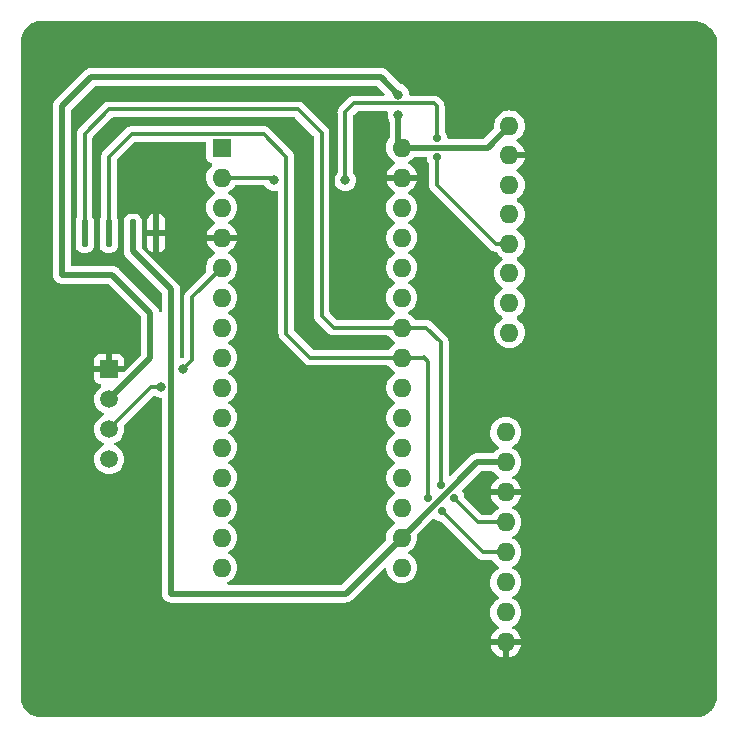
<source format=gbr>
%TF.GenerationSoftware,KiCad,Pcbnew,(6.0.7)*%
%TF.CreationDate,2023-07-05T17:17:39+02:00*%
%TF.ProjectId,project_alpha,70726f6a-6563-4745-9f61-6c7068612e6b,rev?*%
%TF.SameCoordinates,Original*%
%TF.FileFunction,Copper,L1,Top*%
%TF.FilePolarity,Positive*%
%FSLAX46Y46*%
G04 Gerber Fmt 4.6, Leading zero omitted, Abs format (unit mm)*
G04 Created by KiCad (PCBNEW (6.0.7)) date 2023-07-05 17:17:39*
%MOMM*%
%LPD*%
G01*
G04 APERTURE LIST*
G04 Aperture macros list*
%AMRoundRect*
0 Rectangle with rounded corners*
0 $1 Rounding radius*
0 $2 $3 $4 $5 $6 $7 $8 $9 X,Y pos of 4 corners*
0 Add a 4 corners polygon primitive as box body*
4,1,4,$2,$3,$4,$5,$6,$7,$8,$9,$2,$3,0*
0 Add four circle primitives for the rounded corners*
1,1,$1+$1,$2,$3*
1,1,$1+$1,$4,$5*
1,1,$1+$1,$6,$7*
1,1,$1+$1,$8,$9*
0 Add four rect primitives between the rounded corners*
20,1,$1+$1,$2,$3,$4,$5,0*
20,1,$1+$1,$4,$5,$6,$7,0*
20,1,$1+$1,$6,$7,$8,$9,0*
20,1,$1+$1,$8,$9,$2,$3,0*%
G04 Aperture macros list end*
%TA.AperFunction,ComponentPad*%
%ADD10R,1.500000X1.500000*%
%TD*%
%TA.AperFunction,ComponentPad*%
%ADD11C,1.500000*%
%TD*%
%TA.AperFunction,SMDPad,CuDef*%
%ADD12RoundRect,0.125000X0.125000X1.025000X-0.125000X1.025000X-0.125000X-1.025000X0.125000X-1.025000X0*%
%TD*%
%TA.AperFunction,ComponentPad*%
%ADD13R,1.600000X1.600000*%
%TD*%
%TA.AperFunction,ComponentPad*%
%ADD14O,1.600000X1.600000*%
%TD*%
%TA.AperFunction,ViaPad*%
%ADD15C,0.700000*%
%TD*%
%TA.AperFunction,ViaPad*%
%ADD16C,0.800000*%
%TD*%
%TA.AperFunction,Conductor*%
%ADD17C,0.300000*%
%TD*%
%TA.AperFunction,Conductor*%
%ADD18C,0.500000*%
%TD*%
G04 APERTURE END LIST*
D10*
%TO.P,U1,1,GND*%
%TO.N,GND*%
X123000000Y-95000000D03*
D11*
%TO.P,U1,2,VCC*%
%TO.N,Net-(Arduino_Nano_33_IOT1-Pad30)*%
X123000000Y-97540000D03*
%TO.P,U1,3,IO*%
%TO.N,Net-(Arduino_Nano_33_IOT1-Pad5)*%
X123000000Y-100080000D03*
%TO.P,U1,4,NC*%
%TO.N,unconnected-(U1-Pad4)*%
X123000000Y-102620000D03*
%TD*%
D12*
%TO.P,MiCS1_1,1,Pin_1*%
%TO.N,GND*%
X126981200Y-83500000D03*
%TO.P,MiCS1_1,2,Pin_2*%
%TO.N,Net-(Arduino_Nano_33_IOT1-Pad17)*%
X125000000Y-83500000D03*
%TO.P,MiCS1_1,3,Pin_3*%
%TO.N,Net-(Arduino_Nano_33_IOT1-Pad23)*%
X122968000Y-83500000D03*
%TO.P,MiCS1_1,4,Pin_4*%
%TO.N,Net-(Arduino_Nano_33_IOT1-Pad24)*%
X120936000Y-83500000D03*
%TD*%
D13*
%TO.P,Arduino_Nano_33_IOT1,1,TX1*%
%TO.N,unconnected-(Arduino_Nano_33_IOT1-Pad1)*%
X132530000Y-76240000D03*
D14*
%TO.P,Arduino_Nano_33_IOT1,2,RX1*%
%TO.N,Net-(Arduino_Nano_33_IOT1-Pad2)*%
X132530000Y-78780000D03*
%TO.P,Arduino_Nano_33_IOT1,3,~{RESET}*%
%TO.N,unconnected-(Arduino_Nano_33_IOT1-Pad3)*%
X132530000Y-81320000D03*
%TO.P,Arduino_Nano_33_IOT1,4,GND*%
%TO.N,GND*%
X132530000Y-83860000D03*
%TO.P,Arduino_Nano_33_IOT1,5,D2*%
%TO.N,Net-(Arduino_Nano_33_IOT1-Pad5)*%
X132530000Y-86400000D03*
%TO.P,Arduino_Nano_33_IOT1,6,D3*%
%TO.N,unconnected-(Arduino_Nano_33_IOT1-Pad6)*%
X132530000Y-88940000D03*
%TO.P,Arduino_Nano_33_IOT1,7,D4*%
%TO.N,unconnected-(Arduino_Nano_33_IOT1-Pad7)*%
X132530000Y-91480000D03*
%TO.P,Arduino_Nano_33_IOT1,8,D5*%
%TO.N,unconnected-(Arduino_Nano_33_IOT1-Pad8)*%
X132530000Y-94020000D03*
%TO.P,Arduino_Nano_33_IOT1,9,D6*%
%TO.N,unconnected-(Arduino_Nano_33_IOT1-Pad9)*%
X132530000Y-96560000D03*
%TO.P,Arduino_Nano_33_IOT1,10,D7*%
%TO.N,unconnected-(Arduino_Nano_33_IOT1-Pad10)*%
X132530000Y-99100000D03*
%TO.P,Arduino_Nano_33_IOT1,11,D8*%
%TO.N,unconnected-(Arduino_Nano_33_IOT1-Pad11)*%
X132530000Y-101640000D03*
%TO.P,Arduino_Nano_33_IOT1,12,D9*%
%TO.N,unconnected-(Arduino_Nano_33_IOT1-Pad12)*%
X132530000Y-104180000D03*
%TO.P,Arduino_Nano_33_IOT1,13,D10*%
%TO.N,unconnected-(Arduino_Nano_33_IOT1-Pad13)*%
X132530000Y-106720000D03*
%TO.P,Arduino_Nano_33_IOT1,14,MOSI*%
%TO.N,unconnected-(Arduino_Nano_33_IOT1-Pad14)*%
X132530000Y-109260000D03*
%TO.P,Arduino_Nano_33_IOT1,15,MISO*%
%TO.N,unconnected-(Arduino_Nano_33_IOT1-Pad15)*%
X132530000Y-111800000D03*
%TO.P,Arduino_Nano_33_IOT1,16,SCK*%
%TO.N,unconnected-(Arduino_Nano_33_IOT1-Pad16)*%
X147770000Y-111800000D03*
%TO.P,Arduino_Nano_33_IOT1,17,3V3*%
%TO.N,Net-(Arduino_Nano_33_IOT1-Pad17)*%
X147770000Y-109260000D03*
%TO.P,Arduino_Nano_33_IOT1,18,AREF*%
%TO.N,unconnected-(Arduino_Nano_33_IOT1-Pad18)*%
X147770000Y-106720000D03*
%TO.P,Arduino_Nano_33_IOT1,19,A0*%
%TO.N,unconnected-(Arduino_Nano_33_IOT1-Pad19)*%
X147770000Y-104180000D03*
%TO.P,Arduino_Nano_33_IOT1,20,A1*%
%TO.N,unconnected-(Arduino_Nano_33_IOT1-Pad20)*%
X147770000Y-101640000D03*
%TO.P,Arduino_Nano_33_IOT1,21,A2*%
%TO.N,unconnected-(Arduino_Nano_33_IOT1-Pad21)*%
X147770000Y-99100000D03*
%TO.P,Arduino_Nano_33_IOT1,22,A3*%
%TO.N,unconnected-(Arduino_Nano_33_IOT1-Pad22)*%
X147770000Y-96560000D03*
%TO.P,Arduino_Nano_33_IOT1,23,SDA/A4*%
%TO.N,Net-(Arduino_Nano_33_IOT1-Pad23)*%
X147770000Y-94020000D03*
%TO.P,Arduino_Nano_33_IOT1,24,SCL/A5*%
%TO.N,Net-(Arduino_Nano_33_IOT1-Pad24)*%
X147770000Y-91480000D03*
%TO.P,Arduino_Nano_33_IOT1,25,A6*%
%TO.N,unconnected-(Arduino_Nano_33_IOT1-Pad25)*%
X147770000Y-88940000D03*
%TO.P,Arduino_Nano_33_IOT1,26,A7*%
%TO.N,unconnected-(Arduino_Nano_33_IOT1-Pad26)*%
X147770000Y-86400000D03*
%TO.P,Arduino_Nano_33_IOT1,27,+5V*%
%TO.N,unconnected-(Arduino_Nano_33_IOT1-Pad27)*%
X147770000Y-83860000D03*
%TO.P,Arduino_Nano_33_IOT1,28,~{RESET}*%
%TO.N,unconnected-(Arduino_Nano_33_IOT1-Pad28)*%
X147770000Y-81320000D03*
%TO.P,Arduino_Nano_33_IOT1,29,GND*%
%TO.N,GND*%
X147770000Y-78780000D03*
%TO.P,Arduino_Nano_33_IOT1,30,VIN*%
%TO.N,Net-(Arduino_Nano_33_IOT1-Pad30)*%
X147770000Y-76240000D03*
%TD*%
%TO.P,CCS811_1,1,VDD*%
%TO.N,unconnected-(CCS811_1-Pad1)*%
X156585000Y-100350000D03*
%TO.P,CCS811_1,2,3Vo*%
%TO.N,Net-(Arduino_Nano_33_IOT1-Pad17)*%
X156585000Y-102890000D03*
%TO.P,CCS811_1,3,GND*%
%TO.N,GND*%
X156585000Y-105430000D03*
%TO.P,CCS811_1,4,SCL*%
%TO.N,Net-(Arduino_Nano_33_IOT1-Pad24)*%
X156585000Y-107970000D03*
%TO.P,CCS811_1,5,SDA*%
%TO.N,Net-(Arduino_Nano_33_IOT1-Pad23)*%
X156585000Y-110510000D03*
%TO.P,CCS811_1,6,~{INT}*%
%TO.N,unconnected-(CCS811_1-Pad6)*%
X156585000Y-113050000D03*
%TO.P,CCS811_1,7,~{RESET}*%
%TO.N,unconnected-(CCS811_1-Pad7)*%
X156585000Y-115590000D03*
%TO.P,CCS811_1,8,~{WAKE}*%
%TO.N,GND*%
X156585000Y-118130000D03*
%TD*%
%TO.P,PMS5003_1,1,Pin_1*%
%TO.N,Net-(Arduino_Nano_33_IOT1-Pad30)*%
X156900000Y-74400000D03*
%TO.P,PMS5003_1,2,Pin_2*%
%TO.N,GND*%
X156900000Y-76900000D03*
%TO.P,PMS5003_1,3,Pin_3*%
%TO.N,unconnected-(PMS5003_1-Pad3)*%
X156900000Y-79400000D03*
%TO.P,PMS5003_1,4,Pin_4*%
%TO.N,unconnected-(PMS5003_1-Pad4)*%
X156900000Y-81900000D03*
%TO.P,PMS5003_1,5,Pin_5*%
%TO.N,Net-(Arduino_Nano_33_IOT1-Pad2)*%
X156900000Y-84400000D03*
%TO.P,PMS5003_1,6,Pin_6*%
%TO.N,unconnected-(PMS5003_1-Pad6)*%
X156900000Y-86900000D03*
%TO.P,PMS5003_1,7,Pin_7*%
%TO.N,unconnected-(PMS5003_1-Pad7)*%
X156900000Y-89400000D03*
%TO.P,PMS5003_1,8,Pin_8*%
%TO.N,unconnected-(PMS5003_1-Pad8)*%
X156900000Y-91900000D03*
%TD*%
D15*
%TO.N,Net-(Arduino_Nano_33_IOT1-Pad2)*%
X150740000Y-77039500D03*
X150740000Y-75440500D03*
D16*
X143000000Y-79000000D03*
X137000000Y-79000000D03*
%TO.N,Net-(Arduino_Nano_33_IOT1-Pad5)*%
X129250000Y-95000000D03*
X127400500Y-96500000D03*
D15*
%TO.N,Net-(Arduino_Nano_33_IOT1-Pad23)*%
X151149939Y-107010726D03*
X150009274Y-105890061D03*
%TO.N,Net-(Arduino_Nano_33_IOT1-Pad24)*%
X152224939Y-105935726D03*
X151069274Y-104830061D03*
D16*
%TO.N,Net-(Arduino_Nano_33_IOT1-Pad30)*%
X147500000Y-73500000D03*
X147500000Y-71750500D03*
%TD*%
D17*
%TO.N,Net-(Arduino_Nano_33_IOT1-Pad2)*%
X136780000Y-78780000D02*
X132530000Y-78780000D01*
X155745787Y-84400000D02*
X156900000Y-84400000D01*
X150500000Y-72500000D02*
X150740000Y-72740000D01*
X150740000Y-79394213D02*
X155745787Y-84400000D01*
X137000000Y-79000000D02*
X136780000Y-78780000D01*
X143750000Y-72500000D02*
X150500000Y-72500000D01*
X143000000Y-73250000D02*
X143750000Y-72500000D01*
X150740000Y-72740000D02*
X150740000Y-75440500D01*
X143000000Y-79000000D02*
X143000000Y-73250000D01*
X150740000Y-77039500D02*
X150740000Y-79394213D01*
%TO.N,Net-(Arduino_Nano_33_IOT1-Pad5)*%
X126580000Y-96500000D02*
X123000000Y-100080000D01*
X130000000Y-88930000D02*
X132530000Y-86400000D01*
X129250000Y-95000000D02*
X130000000Y-94250000D01*
X130000000Y-94250000D02*
X130000000Y-88930000D01*
X127400500Y-96500000D02*
X126580000Y-96500000D01*
D18*
%TO.N,Net-(Arduino_Nano_33_IOT1-Pad17)*%
X128250000Y-114000000D02*
X143030000Y-114000000D01*
X125000000Y-85000000D02*
X128250000Y-88250000D01*
X125000000Y-83500000D02*
X125000000Y-85000000D01*
X143030000Y-114000000D02*
X147770000Y-109260000D01*
X156585000Y-102890000D02*
X154140000Y-102890000D01*
X128250000Y-88250000D02*
X128250000Y-114000000D01*
X154140000Y-102890000D02*
X147770000Y-109260000D01*
D17*
%TO.N,Net-(Arduino_Nano_33_IOT1-Pad23)*%
X124910000Y-75090000D02*
X123000000Y-77000000D01*
X123000000Y-77000000D02*
X123000000Y-84000000D01*
X150000000Y-105880787D02*
X150000000Y-94360787D01*
X138000000Y-77000000D02*
X136090000Y-75090000D01*
X150000000Y-94360787D02*
X149650000Y-94010787D01*
X151149939Y-107010726D02*
X151159939Y-107010726D01*
X149640787Y-94020000D02*
X147770000Y-94020000D01*
X147770000Y-94020000D02*
X140020000Y-94020000D01*
X149650000Y-94010787D02*
X149640787Y-94020000D01*
X150009274Y-105890061D02*
X150000000Y-105880787D01*
X138000000Y-92000000D02*
X138000000Y-77000000D01*
X140020000Y-94020000D02*
X138000000Y-92000000D01*
X136090000Y-75090000D02*
X124910000Y-75090000D01*
X151159939Y-107010726D02*
X154659213Y-110510000D01*
X154659213Y-110510000D02*
X156585000Y-110510000D01*
%TO.N,Net-(Arduino_Nano_33_IOT1-Pad24)*%
X152224939Y-105935726D02*
X154259213Y-107970000D01*
X154259213Y-107970000D02*
X156585000Y-107970000D01*
X151069274Y-104830061D02*
X151080000Y-104819335D01*
X149849213Y-91480000D02*
X147770000Y-91480000D01*
X151080000Y-92710787D02*
X149849213Y-91480000D01*
X141000000Y-90480000D02*
X142000000Y-91480000D01*
X141000000Y-75000000D02*
X141000000Y-90480000D01*
X120936000Y-75064000D02*
X123000000Y-73000000D01*
X151080000Y-104819335D02*
X151080000Y-92710787D01*
X139000000Y-73000000D02*
X141000000Y-75000000D01*
X142000000Y-91480000D02*
X147770000Y-91480000D01*
X120936000Y-83500000D02*
X120936000Y-75064000D01*
X123000000Y-73000000D02*
X139000000Y-73000000D01*
D18*
%TO.N,Net-(Arduino_Nano_33_IOT1-Pad30)*%
X147500000Y-71750500D02*
X145999500Y-70250000D01*
X145999500Y-70250000D02*
X121500000Y-70250000D01*
X119000000Y-72750000D02*
X119000000Y-87000000D01*
X119000000Y-87000000D02*
X123250000Y-87000000D01*
X126500000Y-94040000D02*
X123000000Y-97540000D01*
X155060000Y-76240000D02*
X147770000Y-76240000D01*
X156900000Y-74400000D02*
X155060000Y-76240000D01*
X123250000Y-87000000D02*
X126500000Y-90250000D01*
X147500000Y-73500000D02*
X147500000Y-75970000D01*
X147500000Y-75970000D02*
X147770000Y-76240000D01*
X126500000Y-90250000D02*
X126500000Y-94040000D01*
X121500000Y-70250000D02*
X119000000Y-72750000D01*
%TD*%
%TA.AperFunction,Conductor*%
%TO.N,GND*%
G36*
X117418239Y-65506439D02*
G01*
X117439404Y-65509053D01*
X117444462Y-65509516D01*
X117453192Y-65511592D01*
X117510556Y-65508664D01*
X117516979Y-65508500D01*
X172450633Y-65508500D01*
X172470018Y-65510000D01*
X172484851Y-65512310D01*
X172484855Y-65512310D01*
X172493724Y-65513691D01*
X172509497Y-65511628D01*
X172510051Y-65511556D01*
X172534599Y-65510761D01*
X172667613Y-65519451D01*
X172752542Y-65525000D01*
X172768822Y-65527136D01*
X173008993Y-65574754D01*
X173024866Y-65578993D01*
X173256795Y-65657455D01*
X173271981Y-65663723D01*
X173319555Y-65687098D01*
X173491736Y-65771698D01*
X173505967Y-65779883D01*
X173548928Y-65808472D01*
X173709808Y-65915535D01*
X173722863Y-65925510D01*
X173907310Y-66086522D01*
X173918957Y-66098111D01*
X174080889Y-66281759D01*
X174090928Y-66294764D01*
X174227587Y-66497918D01*
X174235849Y-66512119D01*
X174344912Y-66731327D01*
X174351256Y-66746482D01*
X174430871Y-66978021D01*
X174435189Y-66993873D01*
X174484000Y-67233798D01*
X174486218Y-67250077D01*
X174501037Y-67460771D01*
X174500114Y-67484062D01*
X174500090Y-67487400D01*
X174498752Y-67496280D01*
X174499960Y-67505174D01*
X174499960Y-67505176D01*
X174502812Y-67526172D01*
X174503958Y-67543159D01*
X174499948Y-85198959D01*
X174492529Y-117872027D01*
X174491505Y-122378981D01*
X174491247Y-122387015D01*
X174487840Y-122440127D01*
X174491286Y-122455504D01*
X174494307Y-122480385D01*
X174496784Y-122597303D01*
X174498889Y-122696646D01*
X174498052Y-122714054D01*
X174469738Y-122954446D01*
X174466507Y-122971573D01*
X174405290Y-123205761D01*
X174399727Y-123222277D01*
X174306780Y-123445778D01*
X174298990Y-123461369D01*
X174176093Y-123669903D01*
X174166231Y-123684264D01*
X174015720Y-123873863D01*
X174003975Y-123886719D01*
X173932827Y-123954530D01*
X173828754Y-124053721D01*
X173815337Y-124064844D01*
X173618745Y-124206070D01*
X173603923Y-124215234D01*
X173389722Y-124327983D01*
X173373780Y-124335011D01*
X173307755Y-124358820D01*
X173146076Y-124417120D01*
X173129312Y-124421884D01*
X172892452Y-124471788D01*
X172875189Y-124474193D01*
X172666698Y-124488647D01*
X172645917Y-124487761D01*
X172640148Y-124487690D01*
X172631276Y-124486309D01*
X172622374Y-124487473D01*
X172622372Y-124487473D01*
X172607323Y-124489441D01*
X172599714Y-124490436D01*
X172583379Y-124491500D01*
X117419350Y-124491500D01*
X117401937Y-124490291D01*
X117382037Y-124487514D01*
X117382035Y-124487514D01*
X117373149Y-124486274D01*
X117364271Y-124487578D01*
X117364268Y-124487578D01*
X117357207Y-124488615D01*
X117332426Y-124489787D01*
X117129914Y-124479372D01*
X117113122Y-124477372D01*
X116957693Y-124448158D01*
X116888183Y-124435093D01*
X116871799Y-124430857D01*
X116761927Y-124394423D01*
X116654559Y-124358819D01*
X116638894Y-124352427D01*
X116603264Y-124335013D01*
X116433265Y-124251927D01*
X116418607Y-124243500D01*
X116228286Y-124116343D01*
X116214896Y-124106032D01*
X116043331Y-123954519D01*
X116031438Y-123942501D01*
X115881733Y-123769374D01*
X115871549Y-123755860D01*
X115815408Y-123669903D01*
X115746392Y-123564233D01*
X115738116Y-123549484D01*
X115688765Y-123445778D01*
X115639768Y-123342818D01*
X115633539Y-123327083D01*
X115563776Y-123109113D01*
X115559711Y-123092687D01*
X115519781Y-122867318D01*
X115517955Y-122850494D01*
X115509964Y-122655440D01*
X115511604Y-122631998D01*
X115511735Y-122628594D01*
X115513349Y-122619760D01*
X115509887Y-122586513D01*
X115509178Y-122579710D01*
X115508500Y-122566658D01*
X115508500Y-118396522D01*
X155302273Y-118396522D01*
X155349764Y-118573761D01*
X155353510Y-118584053D01*
X155445586Y-118781511D01*
X155451069Y-118791007D01*
X155576028Y-118969467D01*
X155583084Y-118977875D01*
X155737125Y-119131916D01*
X155745533Y-119138972D01*
X155923993Y-119263931D01*
X155933489Y-119269414D01*
X156130947Y-119361490D01*
X156141239Y-119365236D01*
X156313503Y-119411394D01*
X156327599Y-119411058D01*
X156331000Y-119403116D01*
X156331000Y-119397967D01*
X156839000Y-119397967D01*
X156842973Y-119411498D01*
X156851522Y-119412727D01*
X157028761Y-119365236D01*
X157039053Y-119361490D01*
X157236511Y-119269414D01*
X157246007Y-119263931D01*
X157424467Y-119138972D01*
X157432875Y-119131916D01*
X157586916Y-118977875D01*
X157593972Y-118969467D01*
X157718931Y-118791007D01*
X157724414Y-118781511D01*
X157816490Y-118584053D01*
X157820236Y-118573761D01*
X157866394Y-118401497D01*
X157866058Y-118387401D01*
X157858116Y-118384000D01*
X156857115Y-118384000D01*
X156841876Y-118388475D01*
X156840671Y-118389865D01*
X156839000Y-118397548D01*
X156839000Y-119397967D01*
X156331000Y-119397967D01*
X156331000Y-118402115D01*
X156326525Y-118386876D01*
X156325135Y-118385671D01*
X156317452Y-118384000D01*
X155317033Y-118384000D01*
X155303502Y-118387973D01*
X155302273Y-118396522D01*
X115508500Y-118396522D01*
X115508500Y-94727885D01*
X121742000Y-94727885D01*
X121746475Y-94743124D01*
X121747865Y-94744329D01*
X121755548Y-94746000D01*
X122727885Y-94746000D01*
X122743124Y-94741525D01*
X122744329Y-94740135D01*
X122746000Y-94732452D01*
X122746000Y-94727885D01*
X123254000Y-94727885D01*
X123258475Y-94743124D01*
X123259865Y-94744329D01*
X123267548Y-94746000D01*
X124239884Y-94746000D01*
X124255123Y-94741525D01*
X124256328Y-94740135D01*
X124257999Y-94732452D01*
X124257999Y-94205331D01*
X124257629Y-94198510D01*
X124252105Y-94147648D01*
X124248479Y-94132396D01*
X124203324Y-94011946D01*
X124194786Y-93996351D01*
X124118285Y-93894276D01*
X124105724Y-93881715D01*
X124003649Y-93805214D01*
X123988054Y-93796676D01*
X123867606Y-93751522D01*
X123852351Y-93747895D01*
X123801486Y-93742369D01*
X123794672Y-93742000D01*
X123272115Y-93742000D01*
X123256876Y-93746475D01*
X123255671Y-93747865D01*
X123254000Y-93755548D01*
X123254000Y-94727885D01*
X122746000Y-94727885D01*
X122746000Y-93760116D01*
X122741525Y-93744877D01*
X122740135Y-93743672D01*
X122732452Y-93742001D01*
X122205331Y-93742001D01*
X122198510Y-93742371D01*
X122147648Y-93747895D01*
X122132396Y-93751521D01*
X122011946Y-93796676D01*
X121996351Y-93805214D01*
X121894276Y-93881715D01*
X121881715Y-93894276D01*
X121805214Y-93996351D01*
X121796676Y-94011946D01*
X121751522Y-94132394D01*
X121747895Y-94147649D01*
X121742369Y-94198514D01*
X121742000Y-94205328D01*
X121742000Y-94727885D01*
X115508500Y-94727885D01*
X115508500Y-87041298D01*
X118237453Y-87041298D01*
X118248380Y-87104889D01*
X118249348Y-87111610D01*
X118256818Y-87175681D01*
X118260058Y-87184607D01*
X118265799Y-87206258D01*
X118267406Y-87215614D01*
X118270270Y-87222345D01*
X118292670Y-87274988D01*
X118295152Y-87281289D01*
X118317167Y-87341937D01*
X118321181Y-87348059D01*
X118322373Y-87349878D01*
X118332933Y-87369615D01*
X118333787Y-87371623D01*
X118333794Y-87371635D01*
X118336657Y-87378364D01*
X118340993Y-87384256D01*
X118340996Y-87384261D01*
X118374900Y-87430332D01*
X118378790Y-87435928D01*
X118414144Y-87489852D01*
X118419461Y-87494889D01*
X118421039Y-87496384D01*
X118435861Y-87513166D01*
X118441492Y-87520818D01*
X118447065Y-87525553D01*
X118447072Y-87525560D01*
X118490649Y-87562581D01*
X118495723Y-87567133D01*
X118531517Y-87601041D01*
X118542547Y-87611490D01*
X118548874Y-87615165D01*
X118548883Y-87615172D01*
X118550768Y-87616267D01*
X118569047Y-87629185D01*
X118570706Y-87630594D01*
X118570709Y-87630596D01*
X118576285Y-87635333D01*
X118582799Y-87638659D01*
X118582803Y-87638662D01*
X118633736Y-87664670D01*
X118639719Y-87667932D01*
X118689159Y-87696649D01*
X118689161Y-87696650D01*
X118695490Y-87700326D01*
X118702494Y-87702447D01*
X118702498Y-87702449D01*
X118704575Y-87703078D01*
X118725351Y-87711451D01*
X118733808Y-87715769D01*
X118796495Y-87731108D01*
X118803012Y-87732891D01*
X118864767Y-87751595D01*
X118874017Y-87752169D01*
X118874246Y-87752183D01*
X118896383Y-87755551D01*
X118900154Y-87756474D01*
X118900166Y-87756476D01*
X118905610Y-87757808D01*
X118913461Y-87758295D01*
X118914825Y-87758380D01*
X118914835Y-87758380D01*
X118916764Y-87758500D01*
X118972165Y-87758500D01*
X118979966Y-87758742D01*
X119041298Y-87762547D01*
X119054260Y-87760320D01*
X119075596Y-87758500D01*
X122883629Y-87758500D01*
X122951750Y-87778502D01*
X122972724Y-87795405D01*
X125704595Y-90527276D01*
X125738621Y-90589588D01*
X125741500Y-90616371D01*
X125741500Y-93673629D01*
X125721498Y-93741750D01*
X125704595Y-93762724D01*
X124250224Y-95217095D01*
X124187912Y-95251121D01*
X124161129Y-95254000D01*
X121760116Y-95254000D01*
X121744877Y-95258475D01*
X121743672Y-95259865D01*
X121742001Y-95267548D01*
X121742001Y-95794669D01*
X121742371Y-95801490D01*
X121747895Y-95852352D01*
X121751521Y-95867604D01*
X121796676Y-95988054D01*
X121805214Y-96003649D01*
X121881715Y-96105724D01*
X121894276Y-96118285D01*
X121996351Y-96194786D01*
X122011946Y-96203324D01*
X122132394Y-96248478D01*
X122147649Y-96252105D01*
X122198514Y-96257631D01*
X122205328Y-96258000D01*
X122237138Y-96258000D01*
X122305259Y-96278002D01*
X122351752Y-96331658D01*
X122361856Y-96401932D01*
X122332362Y-96466512D01*
X122309409Y-96487213D01*
X122192473Y-96569092D01*
X122192470Y-96569094D01*
X122187962Y-96572251D01*
X122032251Y-96727962D01*
X121905944Y-96908347D01*
X121903621Y-96913329D01*
X121903618Y-96913334D01*
X121861372Y-97003933D01*
X121812880Y-97107924D01*
X121755885Y-97320629D01*
X121736693Y-97540000D01*
X121755885Y-97759371D01*
X121812880Y-97972076D01*
X121815205Y-97977061D01*
X121903618Y-98166666D01*
X121903621Y-98166671D01*
X121905944Y-98171653D01*
X121909100Y-98176160D01*
X121909101Y-98176162D01*
X121962066Y-98251803D01*
X122032251Y-98352038D01*
X122187962Y-98507749D01*
X122368346Y-98634056D01*
X122373328Y-98636379D01*
X122373333Y-98636382D01*
X122500768Y-98695805D01*
X122554053Y-98742722D01*
X122573514Y-98810999D01*
X122552972Y-98878959D01*
X122500768Y-98924195D01*
X122373334Y-98983618D01*
X122373329Y-98983621D01*
X122368347Y-98985944D01*
X122363840Y-98989100D01*
X122363838Y-98989101D01*
X122192473Y-99109092D01*
X122192470Y-99109094D01*
X122187962Y-99112251D01*
X122032251Y-99267962D01*
X122029094Y-99272470D01*
X122029092Y-99272473D01*
X121909101Y-99443838D01*
X121905944Y-99448347D01*
X121903621Y-99453329D01*
X121903618Y-99453334D01*
X121881017Y-99501803D01*
X121812880Y-99647924D01*
X121755885Y-99860629D01*
X121736693Y-100080000D01*
X121755885Y-100299371D01*
X121812880Y-100512076D01*
X121815205Y-100517061D01*
X121903618Y-100706666D01*
X121903621Y-100706671D01*
X121905944Y-100711653D01*
X121909100Y-100716160D01*
X121909101Y-100716162D01*
X121970764Y-100804225D01*
X122032251Y-100892038D01*
X122187962Y-101047749D01*
X122368346Y-101174056D01*
X122373328Y-101176379D01*
X122373333Y-101176382D01*
X122500768Y-101235805D01*
X122554053Y-101282722D01*
X122573514Y-101350999D01*
X122552972Y-101418959D01*
X122500768Y-101464195D01*
X122373334Y-101523618D01*
X122373329Y-101523621D01*
X122368347Y-101525944D01*
X122363840Y-101529100D01*
X122363838Y-101529101D01*
X122192473Y-101649092D01*
X122192470Y-101649094D01*
X122187962Y-101652251D01*
X122032251Y-101807962D01*
X122029094Y-101812470D01*
X122029092Y-101812473D01*
X121909101Y-101983838D01*
X121905944Y-101988347D01*
X121903621Y-101993329D01*
X121903618Y-101993334D01*
X121881017Y-102041803D01*
X121812880Y-102187924D01*
X121755885Y-102400629D01*
X121736693Y-102620000D01*
X121755885Y-102839371D01*
X121812880Y-103052076D01*
X121815205Y-103057061D01*
X121903618Y-103246666D01*
X121903621Y-103246671D01*
X121905944Y-103251653D01*
X121909100Y-103256160D01*
X121909101Y-103256162D01*
X121970764Y-103344225D01*
X122032251Y-103432038D01*
X122187962Y-103587749D01*
X122368346Y-103714056D01*
X122567924Y-103807120D01*
X122780629Y-103864115D01*
X123000000Y-103883307D01*
X123219371Y-103864115D01*
X123432076Y-103807120D01*
X123631654Y-103714056D01*
X123812038Y-103587749D01*
X123967749Y-103432038D01*
X124029237Y-103344225D01*
X124090899Y-103256162D01*
X124090900Y-103256160D01*
X124094056Y-103251653D01*
X124096379Y-103246671D01*
X124096382Y-103246666D01*
X124184795Y-103057061D01*
X124187120Y-103052076D01*
X124244115Y-102839371D01*
X124263307Y-102620000D01*
X124244115Y-102400629D01*
X124187120Y-102187924D01*
X124118983Y-102041803D01*
X124096382Y-101993334D01*
X124096379Y-101993329D01*
X124094056Y-101988347D01*
X124090899Y-101983838D01*
X123970908Y-101812473D01*
X123970906Y-101812470D01*
X123967749Y-101807962D01*
X123812038Y-101652251D01*
X123764553Y-101619001D01*
X123714972Y-101584284D01*
X123631654Y-101525944D01*
X123626672Y-101523621D01*
X123626667Y-101523618D01*
X123499232Y-101464195D01*
X123445947Y-101417278D01*
X123426486Y-101349001D01*
X123447028Y-101281041D01*
X123499232Y-101235805D01*
X123626667Y-101176382D01*
X123626672Y-101176379D01*
X123631654Y-101174056D01*
X123812038Y-101047749D01*
X123967749Y-100892038D01*
X124029237Y-100804225D01*
X124090899Y-100716162D01*
X124090900Y-100716160D01*
X124094056Y-100711653D01*
X124096379Y-100706671D01*
X124096382Y-100706666D01*
X124184795Y-100517061D01*
X124187120Y-100512076D01*
X124244115Y-100299371D01*
X124263307Y-100080000D01*
X124244115Y-99860629D01*
X124242690Y-99855309D01*
X124241736Y-99849902D01*
X124243364Y-99849615D01*
X124244881Y-99786179D01*
X124275799Y-99735461D01*
X126738142Y-97273118D01*
X126800454Y-97239092D01*
X126871269Y-97244157D01*
X126901297Y-97260276D01*
X126938407Y-97287238D01*
X126938410Y-97287240D01*
X126943748Y-97291118D01*
X126949776Y-97293802D01*
X126949778Y-97293803D01*
X127084164Y-97353635D01*
X127118212Y-97368794D01*
X127211613Y-97388647D01*
X127298556Y-97407128D01*
X127298561Y-97407128D01*
X127305013Y-97408500D01*
X127365500Y-97408500D01*
X127433621Y-97428502D01*
X127480114Y-97482158D01*
X127491500Y-97534500D01*
X127491500Y-113972165D01*
X127491258Y-113979966D01*
X127487453Y-114041298D01*
X127498380Y-114104889D01*
X127499348Y-114111610D01*
X127506818Y-114175681D01*
X127510058Y-114184607D01*
X127515799Y-114206258D01*
X127517406Y-114215614D01*
X127520270Y-114222345D01*
X127542670Y-114274988D01*
X127545152Y-114281289D01*
X127567167Y-114341937D01*
X127571181Y-114348059D01*
X127572373Y-114349878D01*
X127582933Y-114369615D01*
X127583787Y-114371623D01*
X127583794Y-114371635D01*
X127586657Y-114378364D01*
X127590993Y-114384256D01*
X127590996Y-114384261D01*
X127624900Y-114430332D01*
X127628790Y-114435928D01*
X127664144Y-114489852D01*
X127669461Y-114494889D01*
X127671039Y-114496384D01*
X127685861Y-114513166D01*
X127691492Y-114520818D01*
X127697065Y-114525553D01*
X127697072Y-114525560D01*
X127740649Y-114562581D01*
X127745723Y-114567133D01*
X127783157Y-114602595D01*
X127792547Y-114611490D01*
X127798874Y-114615165D01*
X127798883Y-114615172D01*
X127800768Y-114616267D01*
X127819047Y-114629185D01*
X127820706Y-114630594D01*
X127820709Y-114630596D01*
X127826285Y-114635333D01*
X127832799Y-114638659D01*
X127832803Y-114638662D01*
X127883736Y-114664670D01*
X127889719Y-114667932D01*
X127939159Y-114696649D01*
X127939161Y-114696650D01*
X127945490Y-114700326D01*
X127952494Y-114702447D01*
X127952498Y-114702449D01*
X127954575Y-114703078D01*
X127975351Y-114711451D01*
X127983808Y-114715769D01*
X128046495Y-114731108D01*
X128053012Y-114732891D01*
X128114767Y-114751595D01*
X128124017Y-114752169D01*
X128124246Y-114752183D01*
X128146383Y-114755551D01*
X128150154Y-114756474D01*
X128150166Y-114756476D01*
X128155610Y-114757808D01*
X128163461Y-114758295D01*
X128164825Y-114758380D01*
X128164835Y-114758380D01*
X128166764Y-114758500D01*
X128222165Y-114758500D01*
X128229966Y-114758742D01*
X128291298Y-114762547D01*
X128304260Y-114760320D01*
X128325596Y-114758500D01*
X142962930Y-114758500D01*
X142981880Y-114759933D01*
X142996115Y-114762099D01*
X142996119Y-114762099D01*
X143003349Y-114763199D01*
X143010641Y-114762606D01*
X143010644Y-114762606D01*
X143056018Y-114758915D01*
X143066233Y-114758500D01*
X143074293Y-114758500D01*
X143087583Y-114756951D01*
X143102507Y-114755211D01*
X143106882Y-114754778D01*
X143172339Y-114749454D01*
X143172342Y-114749453D01*
X143179637Y-114748860D01*
X143186601Y-114746604D01*
X143192560Y-114745413D01*
X143198415Y-114744029D01*
X143205681Y-114743182D01*
X143274327Y-114718265D01*
X143278455Y-114716848D01*
X143340936Y-114696607D01*
X143340938Y-114696606D01*
X143347899Y-114694351D01*
X143354154Y-114690555D01*
X143359628Y-114688049D01*
X143365058Y-114685330D01*
X143371937Y-114682833D01*
X143432976Y-114642814D01*
X143436680Y-114640477D01*
X143499107Y-114602595D01*
X143507484Y-114595197D01*
X143507508Y-114595224D01*
X143510500Y-114592571D01*
X143513733Y-114589868D01*
X143519852Y-114585856D01*
X143573128Y-114529617D01*
X143575506Y-114527175D01*
X146253061Y-111849620D01*
X146315373Y-111815594D01*
X146386188Y-111820659D01*
X146443024Y-111863206D01*
X146467677Y-111927733D01*
X146476457Y-112028087D01*
X146477881Y-112033400D01*
X146477881Y-112033402D01*
X146524049Y-112205700D01*
X146535716Y-112249243D01*
X146538039Y-112254224D01*
X146538039Y-112254225D01*
X146630151Y-112451762D01*
X146630154Y-112451767D01*
X146632477Y-112456749D01*
X146763802Y-112644300D01*
X146925700Y-112806198D01*
X146930208Y-112809355D01*
X146930211Y-112809357D01*
X147008389Y-112864098D01*
X147113251Y-112937523D01*
X147118233Y-112939846D01*
X147118238Y-112939849D01*
X147315775Y-113031961D01*
X147320757Y-113034284D01*
X147326065Y-113035706D01*
X147326067Y-113035707D01*
X147536598Y-113092119D01*
X147536600Y-113092119D01*
X147541913Y-113093543D01*
X147770000Y-113113498D01*
X147998087Y-113093543D01*
X148003400Y-113092119D01*
X148003402Y-113092119D01*
X148213933Y-113035707D01*
X148213935Y-113035706D01*
X148219243Y-113034284D01*
X148224225Y-113031961D01*
X148421762Y-112939849D01*
X148421767Y-112939846D01*
X148426749Y-112937523D01*
X148531611Y-112864098D01*
X148609789Y-112809357D01*
X148609792Y-112809355D01*
X148614300Y-112806198D01*
X148776198Y-112644300D01*
X148907523Y-112456749D01*
X148909846Y-112451767D01*
X148909849Y-112451762D01*
X149001961Y-112254225D01*
X149001961Y-112254224D01*
X149004284Y-112249243D01*
X149015952Y-112205700D01*
X149062119Y-112033402D01*
X149062119Y-112033400D01*
X149063543Y-112028087D01*
X149083498Y-111800000D01*
X149063543Y-111571913D01*
X149004284Y-111350757D01*
X148928624Y-111188502D01*
X148909849Y-111148238D01*
X148909846Y-111148233D01*
X148907523Y-111143251D01*
X148808701Y-111002119D01*
X148779357Y-110960211D01*
X148779355Y-110960208D01*
X148776198Y-110955700D01*
X148614300Y-110793802D01*
X148609792Y-110790645D01*
X148609789Y-110790643D01*
X148526905Y-110732607D01*
X148426749Y-110662477D01*
X148421767Y-110660154D01*
X148421762Y-110660151D01*
X148387543Y-110644195D01*
X148334258Y-110597278D01*
X148314797Y-110529001D01*
X148335339Y-110461041D01*
X148387543Y-110415805D01*
X148421762Y-110399849D01*
X148421767Y-110399846D01*
X148426749Y-110397523D01*
X148531611Y-110324098D01*
X148609789Y-110269357D01*
X148609792Y-110269355D01*
X148614300Y-110266198D01*
X148776198Y-110104300D01*
X148907523Y-109916749D01*
X148909846Y-109911767D01*
X148909849Y-109911762D01*
X149001961Y-109714225D01*
X149001961Y-109714224D01*
X149004284Y-109709243D01*
X149015952Y-109665700D01*
X149062119Y-109493402D01*
X149062119Y-109493400D01*
X149063543Y-109488087D01*
X149083498Y-109260000D01*
X149071757Y-109125805D01*
X149069245Y-109097087D01*
X149083234Y-109027482D01*
X149105671Y-108997010D01*
X150425642Y-107677039D01*
X150487954Y-107643013D01*
X150558769Y-107648078D01*
X150588798Y-107664198D01*
X150703306Y-107747393D01*
X150718324Y-107758304D01*
X150724352Y-107760988D01*
X150724354Y-107760989D01*
X150877156Y-107829021D01*
X150883187Y-107831706D01*
X150889642Y-107833078D01*
X150889645Y-107833079D01*
X151058088Y-107868882D01*
X151120987Y-107903034D01*
X154135558Y-110917605D01*
X154143548Y-110926385D01*
X154147797Y-110933080D01*
X154153575Y-110938506D01*
X154153576Y-110938507D01*
X154199470Y-110981604D01*
X154202312Y-110984359D01*
X154222880Y-111004927D01*
X154226383Y-111007644D01*
X154235408Y-111015352D01*
X154269080Y-111046972D01*
X154276031Y-111050793D01*
X154276032Y-111050794D01*
X154287871Y-111057303D01*
X154304395Y-111068157D01*
X154314484Y-111075982D01*
X154321345Y-111081304D01*
X154328617Y-111084451D01*
X154328619Y-111084452D01*
X154363748Y-111099654D01*
X154374409Y-111104876D01*
X154414876Y-111127124D01*
X154435654Y-111132459D01*
X154454344Y-111138858D01*
X154474037Y-111147380D01*
X154517809Y-111154313D01*
X154519661Y-111154606D01*
X154531284Y-111157013D01*
X154559285Y-111164202D01*
X154576025Y-111168500D01*
X154597472Y-111168500D01*
X154617182Y-111170051D01*
X154638365Y-111173406D01*
X154684354Y-111169059D01*
X154696209Y-111168500D01*
X155383112Y-111168500D01*
X155451233Y-111188502D01*
X155486325Y-111222229D01*
X155572833Y-111345775D01*
X155578802Y-111354300D01*
X155740700Y-111516198D01*
X155745208Y-111519355D01*
X155745211Y-111519357D01*
X155812678Y-111566598D01*
X155928251Y-111647523D01*
X155933233Y-111649846D01*
X155933238Y-111649849D01*
X155967457Y-111665805D01*
X156020742Y-111712722D01*
X156040203Y-111780999D01*
X156019661Y-111848959D01*
X155967457Y-111894195D01*
X155933238Y-111910151D01*
X155933233Y-111910154D01*
X155928251Y-111912477D01*
X155823389Y-111985902D01*
X155745211Y-112040643D01*
X155745208Y-112040645D01*
X155740700Y-112043802D01*
X155578802Y-112205700D01*
X155447477Y-112393251D01*
X155445154Y-112398233D01*
X155445151Y-112398238D01*
X155415765Y-112461257D01*
X155350716Y-112600757D01*
X155349294Y-112606065D01*
X155349293Y-112606067D01*
X155338004Y-112648197D01*
X155291457Y-112821913D01*
X155271502Y-113050000D01*
X155291457Y-113278087D01*
X155350716Y-113499243D01*
X155353039Y-113504224D01*
X155353039Y-113504225D01*
X155445151Y-113701762D01*
X155445154Y-113701767D01*
X155447477Y-113706749D01*
X155578802Y-113894300D01*
X155740700Y-114056198D01*
X155745208Y-114059355D01*
X155745211Y-114059357D01*
X155810212Y-114104871D01*
X155928251Y-114187523D01*
X155933233Y-114189846D01*
X155933238Y-114189849D01*
X155967457Y-114205805D01*
X156020742Y-114252722D01*
X156040203Y-114320999D01*
X156019661Y-114388959D01*
X155967457Y-114434195D01*
X155933238Y-114450151D01*
X155933233Y-114450154D01*
X155928251Y-114452477D01*
X155830650Y-114520818D01*
X155745211Y-114580643D01*
X155745208Y-114580645D01*
X155740700Y-114583802D01*
X155578802Y-114745700D01*
X155575645Y-114750208D01*
X155575643Y-114750211D01*
X155566964Y-114762606D01*
X155447477Y-114933251D01*
X155445154Y-114938233D01*
X155445151Y-114938238D01*
X155353039Y-115135775D01*
X155350716Y-115140757D01*
X155291457Y-115361913D01*
X155271502Y-115590000D01*
X155291457Y-115818087D01*
X155350716Y-116039243D01*
X155353039Y-116044224D01*
X155353039Y-116044225D01*
X155445151Y-116241762D01*
X155445154Y-116241767D01*
X155447477Y-116246749D01*
X155578802Y-116434300D01*
X155740700Y-116596198D01*
X155745208Y-116599355D01*
X155745211Y-116599357D01*
X155823389Y-116654098D01*
X155928251Y-116727523D01*
X155933233Y-116729846D01*
X155933238Y-116729849D01*
X155968049Y-116746081D01*
X156021334Y-116792998D01*
X156040795Y-116861275D01*
X156020253Y-116929235D01*
X155968049Y-116974471D01*
X155933489Y-116990586D01*
X155923993Y-116996069D01*
X155745533Y-117121028D01*
X155737125Y-117128084D01*
X155583084Y-117282125D01*
X155576028Y-117290533D01*
X155451069Y-117468993D01*
X155445586Y-117478489D01*
X155353510Y-117675947D01*
X155349764Y-117686239D01*
X155303606Y-117858503D01*
X155303942Y-117872599D01*
X155311884Y-117876000D01*
X157852967Y-117876000D01*
X157866498Y-117872027D01*
X157867727Y-117863478D01*
X157820236Y-117686239D01*
X157816490Y-117675947D01*
X157724414Y-117478489D01*
X157718931Y-117468993D01*
X157593972Y-117290533D01*
X157586916Y-117282125D01*
X157432875Y-117128084D01*
X157424467Y-117121028D01*
X157246007Y-116996069D01*
X157236511Y-116990586D01*
X157201951Y-116974471D01*
X157148666Y-116927554D01*
X157129205Y-116859277D01*
X157149747Y-116791317D01*
X157201951Y-116746081D01*
X157236762Y-116729849D01*
X157236767Y-116729846D01*
X157241749Y-116727523D01*
X157346611Y-116654098D01*
X157424789Y-116599357D01*
X157424792Y-116599355D01*
X157429300Y-116596198D01*
X157591198Y-116434300D01*
X157722523Y-116246749D01*
X157724846Y-116241767D01*
X157724849Y-116241762D01*
X157816961Y-116044225D01*
X157816961Y-116044224D01*
X157819284Y-116039243D01*
X157878543Y-115818087D01*
X157898498Y-115590000D01*
X157878543Y-115361913D01*
X157819284Y-115140757D01*
X157816961Y-115135775D01*
X157724849Y-114938238D01*
X157724846Y-114938233D01*
X157722523Y-114933251D01*
X157603036Y-114762606D01*
X157594357Y-114750211D01*
X157594355Y-114750208D01*
X157591198Y-114745700D01*
X157429300Y-114583802D01*
X157424792Y-114580645D01*
X157424789Y-114580643D01*
X157339350Y-114520818D01*
X157241749Y-114452477D01*
X157236767Y-114450154D01*
X157236762Y-114450151D01*
X157202543Y-114434195D01*
X157149258Y-114387278D01*
X157129797Y-114319001D01*
X157150339Y-114251041D01*
X157202543Y-114205805D01*
X157236762Y-114189849D01*
X157236767Y-114189846D01*
X157241749Y-114187523D01*
X157359788Y-114104871D01*
X157424789Y-114059357D01*
X157424792Y-114059355D01*
X157429300Y-114056198D01*
X157591198Y-113894300D01*
X157722523Y-113706749D01*
X157724846Y-113701767D01*
X157724849Y-113701762D01*
X157816961Y-113504225D01*
X157816961Y-113504224D01*
X157819284Y-113499243D01*
X157878543Y-113278087D01*
X157898498Y-113050000D01*
X157878543Y-112821913D01*
X157831996Y-112648197D01*
X157820707Y-112606067D01*
X157820706Y-112606065D01*
X157819284Y-112600757D01*
X157754235Y-112461257D01*
X157724849Y-112398238D01*
X157724846Y-112398233D01*
X157722523Y-112393251D01*
X157591198Y-112205700D01*
X157429300Y-112043802D01*
X157424792Y-112040645D01*
X157424789Y-112040643D01*
X157346611Y-111985902D01*
X157241749Y-111912477D01*
X157236767Y-111910154D01*
X157236762Y-111910151D01*
X157202543Y-111894195D01*
X157149258Y-111847278D01*
X157129797Y-111779001D01*
X157150339Y-111711041D01*
X157202543Y-111665805D01*
X157236762Y-111649849D01*
X157236767Y-111649846D01*
X157241749Y-111647523D01*
X157357322Y-111566598D01*
X157424789Y-111519357D01*
X157424792Y-111519355D01*
X157429300Y-111516198D01*
X157591198Y-111354300D01*
X157597168Y-111345775D01*
X157707291Y-111188502D01*
X157722523Y-111166749D01*
X157724846Y-111161767D01*
X157724849Y-111161762D01*
X157816961Y-110964225D01*
X157816961Y-110964224D01*
X157819284Y-110959243D01*
X157826295Y-110933080D01*
X157877119Y-110743402D01*
X157877119Y-110743400D01*
X157878543Y-110738087D01*
X157898498Y-110510000D01*
X157878543Y-110281913D01*
X157831996Y-110108197D01*
X157820707Y-110066067D01*
X157820706Y-110066065D01*
X157819284Y-110060757D01*
X157754235Y-109921257D01*
X157724849Y-109858238D01*
X157724846Y-109858233D01*
X157722523Y-109853251D01*
X157591198Y-109665700D01*
X157429300Y-109503802D01*
X157424792Y-109500645D01*
X157424789Y-109500643D01*
X157313779Y-109422913D01*
X157241749Y-109372477D01*
X157236767Y-109370154D01*
X157236762Y-109370151D01*
X157202543Y-109354195D01*
X157149258Y-109307278D01*
X157129797Y-109239001D01*
X157150339Y-109171041D01*
X157202543Y-109125805D01*
X157236762Y-109109849D01*
X157236767Y-109109846D01*
X157241749Y-109107523D01*
X157357322Y-109026598D01*
X157424789Y-108979357D01*
X157424792Y-108979355D01*
X157429300Y-108976198D01*
X157591198Y-108814300D01*
X157597168Y-108805775D01*
X157707291Y-108648502D01*
X157722523Y-108626749D01*
X157724846Y-108621767D01*
X157724849Y-108621762D01*
X157816961Y-108424225D01*
X157816961Y-108424224D01*
X157819284Y-108419243D01*
X157826295Y-108393080D01*
X157877119Y-108203402D01*
X157877119Y-108203400D01*
X157878543Y-108198087D01*
X157898498Y-107970000D01*
X157878543Y-107741913D01*
X157857719Y-107664198D01*
X157820707Y-107526067D01*
X157820706Y-107526065D01*
X157819284Y-107520757D01*
X157754235Y-107381257D01*
X157724849Y-107318238D01*
X157724846Y-107318233D01*
X157722523Y-107313251D01*
X157591198Y-107125700D01*
X157429300Y-106963802D01*
X157424792Y-106960645D01*
X157424789Y-106960643D01*
X157321856Y-106888569D01*
X157241749Y-106832477D01*
X157236767Y-106830154D01*
X157236762Y-106830151D01*
X157201951Y-106813919D01*
X157148666Y-106767002D01*
X157129205Y-106698725D01*
X157149747Y-106630765D01*
X157201951Y-106585529D01*
X157236511Y-106569414D01*
X157246007Y-106563931D01*
X157424467Y-106438972D01*
X157432875Y-106431916D01*
X157586916Y-106277875D01*
X157593972Y-106269467D01*
X157718931Y-106091007D01*
X157724414Y-106081511D01*
X157816490Y-105884053D01*
X157820236Y-105873761D01*
X157866394Y-105701497D01*
X157866058Y-105687401D01*
X157858116Y-105684000D01*
X155317033Y-105684000D01*
X155303502Y-105687973D01*
X155302273Y-105696522D01*
X155349764Y-105873761D01*
X155353510Y-105884053D01*
X155445586Y-106081511D01*
X155451069Y-106091007D01*
X155576028Y-106269467D01*
X155583084Y-106277875D01*
X155737125Y-106431916D01*
X155745533Y-106438972D01*
X155923993Y-106563931D01*
X155933489Y-106569414D01*
X155968049Y-106585529D01*
X156021334Y-106632446D01*
X156040795Y-106700723D01*
X156020253Y-106768683D01*
X155968049Y-106813919D01*
X155933238Y-106830151D01*
X155933233Y-106830154D01*
X155928251Y-106832477D01*
X155848144Y-106888569D01*
X155745211Y-106960643D01*
X155745208Y-106960645D01*
X155740700Y-106963802D01*
X155578802Y-107125700D01*
X155575645Y-107130208D01*
X155575643Y-107130211D01*
X155486325Y-107257771D01*
X155430868Y-107302099D01*
X155383112Y-107311500D01*
X154584163Y-107311500D01*
X154516042Y-107291498D01*
X154495068Y-107274595D01*
X153111729Y-105891256D01*
X153077703Y-105828944D01*
X153075514Y-105815332D01*
X153069994Y-105762815D01*
X153069994Y-105762814D01*
X153069304Y-105756251D01*
X153056600Y-105717150D01*
X153015580Y-105590904D01*
X153013538Y-105584619D01*
X152923306Y-105428333D01*
X152885356Y-105386185D01*
X152854640Y-105322179D01*
X152863405Y-105251726D01*
X152889899Y-105212782D01*
X154417276Y-103685405D01*
X154479588Y-103651379D01*
X154506371Y-103648500D01*
X155453133Y-103648500D01*
X155521254Y-103668502D01*
X155556345Y-103702228D01*
X155578802Y-103734300D01*
X155740700Y-103896198D01*
X155745208Y-103899355D01*
X155745211Y-103899357D01*
X155812678Y-103946598D01*
X155928251Y-104027523D01*
X155933233Y-104029846D01*
X155933238Y-104029849D01*
X155968049Y-104046081D01*
X156021334Y-104092998D01*
X156040795Y-104161275D01*
X156020253Y-104229235D01*
X155968049Y-104274471D01*
X155933489Y-104290586D01*
X155923993Y-104296069D01*
X155745533Y-104421028D01*
X155737125Y-104428084D01*
X155583084Y-104582125D01*
X155576028Y-104590533D01*
X155451069Y-104768993D01*
X155445586Y-104778489D01*
X155353510Y-104975947D01*
X155349764Y-104986239D01*
X155303606Y-105158503D01*
X155303942Y-105172599D01*
X155311884Y-105176000D01*
X157852967Y-105176000D01*
X157866498Y-105172027D01*
X157867727Y-105163478D01*
X157820236Y-104986239D01*
X157816490Y-104975947D01*
X157724414Y-104778489D01*
X157718931Y-104768993D01*
X157593972Y-104590533D01*
X157586916Y-104582125D01*
X157432875Y-104428084D01*
X157424467Y-104421028D01*
X157246007Y-104296069D01*
X157236511Y-104290586D01*
X157201951Y-104274471D01*
X157148666Y-104227554D01*
X157129205Y-104159277D01*
X157149747Y-104091317D01*
X157201951Y-104046081D01*
X157236762Y-104029849D01*
X157236767Y-104029846D01*
X157241749Y-104027523D01*
X157357322Y-103946598D01*
X157424789Y-103899357D01*
X157424792Y-103899355D01*
X157429300Y-103896198D01*
X157591198Y-103734300D01*
X157597168Y-103725775D01*
X157719366Y-103551257D01*
X157722523Y-103546749D01*
X157724846Y-103541767D01*
X157724849Y-103541762D01*
X157816961Y-103344225D01*
X157816961Y-103344224D01*
X157819284Y-103339243D01*
X157878543Y-103118087D01*
X157898498Y-102890000D01*
X157878543Y-102661913D01*
X157873288Y-102642301D01*
X157820707Y-102446067D01*
X157820706Y-102446065D01*
X157819284Y-102440757D01*
X157782372Y-102361598D01*
X157724849Y-102238238D01*
X157724846Y-102238233D01*
X157722523Y-102233251D01*
X157591198Y-102045700D01*
X157429300Y-101883802D01*
X157424792Y-101880645D01*
X157424789Y-101880643D01*
X157327432Y-101812473D01*
X157241749Y-101752477D01*
X157236767Y-101750154D01*
X157236762Y-101750151D01*
X157202543Y-101734195D01*
X157149258Y-101687278D01*
X157129797Y-101619001D01*
X157150339Y-101551041D01*
X157202543Y-101505805D01*
X157236762Y-101489849D01*
X157236767Y-101489846D01*
X157241749Y-101487523D01*
X157401184Y-101375885D01*
X157424789Y-101359357D01*
X157424792Y-101359355D01*
X157429300Y-101356198D01*
X157591198Y-101194300D01*
X157597168Y-101185775D01*
X157719366Y-101011257D01*
X157722523Y-101006749D01*
X157724846Y-101001767D01*
X157724849Y-101001762D01*
X157816961Y-100804225D01*
X157816961Y-100804224D01*
X157819284Y-100799243D01*
X157878543Y-100578087D01*
X157898498Y-100350000D01*
X157878543Y-100121913D01*
X157873288Y-100102301D01*
X157820707Y-99906067D01*
X157820706Y-99906065D01*
X157819284Y-99900757D01*
X157816961Y-99895775D01*
X157724849Y-99698238D01*
X157724846Y-99698233D01*
X157722523Y-99693251D01*
X157591198Y-99505700D01*
X157429300Y-99343802D01*
X157424792Y-99340645D01*
X157424789Y-99340643D01*
X157327432Y-99272473D01*
X157241749Y-99212477D01*
X157236767Y-99210154D01*
X157236762Y-99210151D01*
X157039225Y-99118039D01*
X157039224Y-99118039D01*
X157034243Y-99115716D01*
X157028935Y-99114294D01*
X157028933Y-99114293D01*
X156818402Y-99057881D01*
X156818400Y-99057881D01*
X156813087Y-99056457D01*
X156585000Y-99036502D01*
X156356913Y-99056457D01*
X156351600Y-99057881D01*
X156351598Y-99057881D01*
X156141067Y-99114293D01*
X156141065Y-99114294D01*
X156135757Y-99115716D01*
X156130776Y-99118039D01*
X156130775Y-99118039D01*
X155933238Y-99210151D01*
X155933233Y-99210154D01*
X155928251Y-99212477D01*
X155842568Y-99272473D01*
X155745211Y-99340643D01*
X155745208Y-99340645D01*
X155740700Y-99343802D01*
X155578802Y-99505700D01*
X155447477Y-99693251D01*
X155445154Y-99698233D01*
X155445151Y-99698238D01*
X155353039Y-99895775D01*
X155350716Y-99900757D01*
X155349294Y-99906065D01*
X155349293Y-99906067D01*
X155296712Y-100102301D01*
X155291457Y-100121913D01*
X155271502Y-100350000D01*
X155291457Y-100578087D01*
X155350716Y-100799243D01*
X155353039Y-100804224D01*
X155353039Y-100804225D01*
X155445151Y-101001762D01*
X155445154Y-101001767D01*
X155447477Y-101006749D01*
X155450634Y-101011257D01*
X155572833Y-101185775D01*
X155578802Y-101194300D01*
X155740700Y-101356198D01*
X155745208Y-101359355D01*
X155745211Y-101359357D01*
X155768816Y-101375885D01*
X155928251Y-101487523D01*
X155933233Y-101489846D01*
X155933238Y-101489849D01*
X155967457Y-101505805D01*
X156020742Y-101552722D01*
X156040203Y-101620999D01*
X156019661Y-101688959D01*
X155967457Y-101734195D01*
X155933238Y-101750151D01*
X155933233Y-101750154D01*
X155928251Y-101752477D01*
X155842568Y-101812473D01*
X155745211Y-101880643D01*
X155745208Y-101880645D01*
X155740700Y-101883802D01*
X155578802Y-102045700D01*
X155556345Y-102077771D01*
X155500890Y-102122099D01*
X155453133Y-102131500D01*
X154207063Y-102131500D01*
X154188114Y-102130067D01*
X154187907Y-102130036D01*
X154166651Y-102126802D01*
X154159359Y-102127395D01*
X154159356Y-102127395D01*
X154113991Y-102131085D01*
X154103777Y-102131500D01*
X154095707Y-102131500D01*
X154092087Y-102131922D01*
X154092069Y-102131923D01*
X154067461Y-102134792D01*
X154063100Y-102135224D01*
X154037981Y-102137267D01*
X153997661Y-102140546D01*
X153997658Y-102140547D01*
X153990363Y-102141140D01*
X153983399Y-102143396D01*
X153977440Y-102144587D01*
X153971585Y-102145971D01*
X153964319Y-102146818D01*
X153895673Y-102171735D01*
X153891545Y-102173152D01*
X153829064Y-102193393D01*
X153829062Y-102193394D01*
X153822101Y-102195649D01*
X153815846Y-102199445D01*
X153810372Y-102201951D01*
X153804942Y-102204670D01*
X153798063Y-102207167D01*
X153737016Y-102247191D01*
X153733327Y-102249518D01*
X153713135Y-102261771D01*
X153675693Y-102284491D01*
X153675688Y-102284495D01*
X153670892Y-102287405D01*
X153662516Y-102294803D01*
X153662493Y-102294777D01*
X153659503Y-102297426D01*
X153656264Y-102300134D01*
X153650148Y-102304144D01*
X153645121Y-102309451D01*
X153645117Y-102309454D01*
X153596872Y-102360383D01*
X153594494Y-102362825D01*
X151953595Y-104003724D01*
X151891283Y-104037750D01*
X151820468Y-104032685D01*
X151763632Y-103990138D01*
X151738821Y-103923618D01*
X151738500Y-103914629D01*
X151738500Y-92792846D01*
X151739059Y-92780990D01*
X151740789Y-92773250D01*
X151738562Y-92702398D01*
X151738500Y-92698440D01*
X151738500Y-92669355D01*
X151737946Y-92664966D01*
X151737013Y-92653124D01*
X151735811Y-92614881D01*
X151735562Y-92606956D01*
X151729580Y-92586366D01*
X151725570Y-92567003D01*
X151723875Y-92553583D01*
X151723875Y-92553582D01*
X151722882Y-92545723D01*
X151719966Y-92538358D01*
X151719965Y-92538354D01*
X151705874Y-92502766D01*
X151702035Y-92491556D01*
X151689145Y-92447187D01*
X151678225Y-92428722D01*
X151669534Y-92410982D01*
X151661635Y-92391031D01*
X151634482Y-92353658D01*
X151627967Y-92343739D01*
X151608493Y-92310810D01*
X151608490Y-92310806D01*
X151604453Y-92303980D01*
X151589289Y-92288816D01*
X151576448Y-92273782D01*
X151568501Y-92262844D01*
X151563841Y-92256430D01*
X151528247Y-92226984D01*
X151519468Y-92218995D01*
X150372868Y-91072395D01*
X150364878Y-91063615D01*
X150364876Y-91063613D01*
X150360629Y-91056920D01*
X150308955Y-91008395D01*
X150306114Y-91005641D01*
X150285546Y-90985073D01*
X150282039Y-90982353D01*
X150273017Y-90974647D01*
X150245126Y-90948456D01*
X150239346Y-90943028D01*
X150232394Y-90939206D01*
X150220555Y-90932697D01*
X150204031Y-90921843D01*
X150193345Y-90913555D01*
X150187081Y-90908696D01*
X150179809Y-90905549D01*
X150179807Y-90905548D01*
X150144678Y-90890346D01*
X150134018Y-90885124D01*
X150100497Y-90866695D01*
X150100495Y-90866694D01*
X150093550Y-90862876D01*
X150072772Y-90857541D01*
X150054082Y-90851142D01*
X150034389Y-90842620D01*
X149988765Y-90835394D01*
X149977142Y-90832987D01*
X149949141Y-90825798D01*
X149932401Y-90821500D01*
X149910954Y-90821500D01*
X149891244Y-90819949D01*
X149870061Y-90816594D01*
X149824072Y-90820941D01*
X149812217Y-90821500D01*
X148971888Y-90821500D01*
X148903767Y-90801498D01*
X148868675Y-90767771D01*
X148864969Y-90762477D01*
X148776198Y-90635700D01*
X148614300Y-90473802D01*
X148609792Y-90470645D01*
X148609789Y-90470643D01*
X148505964Y-90397944D01*
X148426749Y-90342477D01*
X148421767Y-90340154D01*
X148421762Y-90340151D01*
X148387543Y-90324195D01*
X148334258Y-90277278D01*
X148314797Y-90209001D01*
X148335339Y-90141041D01*
X148387543Y-90095805D01*
X148421762Y-90079849D01*
X148421767Y-90079846D01*
X148426749Y-90077523D01*
X148535257Y-90001545D01*
X148609789Y-89949357D01*
X148609792Y-89949355D01*
X148614300Y-89946198D01*
X148776198Y-89784300D01*
X148784450Y-89772516D01*
X148881858Y-89633402D01*
X148907523Y-89596749D01*
X148909846Y-89591767D01*
X148909849Y-89591762D01*
X149001961Y-89394225D01*
X149001961Y-89394224D01*
X149004284Y-89389243D01*
X149061050Y-89177393D01*
X149062119Y-89173402D01*
X149062119Y-89173400D01*
X149063543Y-89168087D01*
X149083498Y-88940000D01*
X149063543Y-88711913D01*
X149062119Y-88706598D01*
X149005707Y-88496067D01*
X149005706Y-88496065D01*
X149004284Y-88490757D01*
X148973324Y-88424363D01*
X148909849Y-88288238D01*
X148909846Y-88288233D01*
X148907523Y-88283251D01*
X148822607Y-88161979D01*
X148779357Y-88100211D01*
X148779355Y-88100208D01*
X148776198Y-88095700D01*
X148614300Y-87933802D01*
X148609792Y-87930645D01*
X148609789Y-87930643D01*
X148531611Y-87875902D01*
X148426749Y-87802477D01*
X148421767Y-87800154D01*
X148421762Y-87800151D01*
X148387543Y-87784195D01*
X148334258Y-87737278D01*
X148314797Y-87669001D01*
X148335339Y-87601041D01*
X148387543Y-87555805D01*
X148421762Y-87539849D01*
X148421767Y-87539846D01*
X148426749Y-87537523D01*
X148531611Y-87464098D01*
X148609789Y-87409357D01*
X148609792Y-87409355D01*
X148614300Y-87406198D01*
X148776198Y-87244300D01*
X148801332Y-87208406D01*
X148857571Y-87128087D01*
X148907523Y-87056749D01*
X148909846Y-87051767D01*
X148909849Y-87051762D01*
X149001961Y-86854225D01*
X149001961Y-86854224D01*
X149004284Y-86849243D01*
X149021401Y-86785364D01*
X149062119Y-86633402D01*
X149062119Y-86633400D01*
X149063543Y-86628087D01*
X149083498Y-86400000D01*
X149063543Y-86171913D01*
X149032404Y-86055700D01*
X149005707Y-85956067D01*
X149005706Y-85956065D01*
X149004284Y-85950757D01*
X148917959Y-85765631D01*
X148909849Y-85748238D01*
X148909846Y-85748233D01*
X148907523Y-85743251D01*
X148801802Y-85592266D01*
X148779357Y-85560211D01*
X148779355Y-85560208D01*
X148776198Y-85555700D01*
X148614300Y-85393802D01*
X148609792Y-85390645D01*
X148609789Y-85390643D01*
X148522256Y-85329352D01*
X148426749Y-85262477D01*
X148421767Y-85260154D01*
X148421762Y-85260151D01*
X148387543Y-85244195D01*
X148334258Y-85197278D01*
X148314797Y-85129001D01*
X148335339Y-85061041D01*
X148387543Y-85015805D01*
X148421762Y-84999849D01*
X148421767Y-84999846D01*
X148426749Y-84997523D01*
X148552397Y-84909543D01*
X148609789Y-84869357D01*
X148609792Y-84869355D01*
X148614300Y-84866198D01*
X148776198Y-84704300D01*
X148825842Y-84633402D01*
X148836352Y-84618392D01*
X148907523Y-84516749D01*
X148909846Y-84511767D01*
X148909849Y-84511762D01*
X149001961Y-84314225D01*
X149001961Y-84314224D01*
X149004284Y-84309243D01*
X149039614Y-84177393D01*
X149062119Y-84093402D01*
X149062119Y-84093400D01*
X149063543Y-84088087D01*
X149083498Y-83860000D01*
X149063543Y-83631913D01*
X149051911Y-83588503D01*
X149005707Y-83416067D01*
X149005706Y-83416065D01*
X149004284Y-83410757D01*
X148994905Y-83390643D01*
X148909849Y-83208238D01*
X148909846Y-83208233D01*
X148907523Y-83203251D01*
X148791479Y-83037523D01*
X148779357Y-83020211D01*
X148779355Y-83020208D01*
X148776198Y-83015700D01*
X148614300Y-82853802D01*
X148609792Y-82850645D01*
X148609789Y-82850643D01*
X148531611Y-82795902D01*
X148426749Y-82722477D01*
X148421767Y-82720154D01*
X148421762Y-82720151D01*
X148387543Y-82704195D01*
X148334258Y-82657278D01*
X148314797Y-82589001D01*
X148335339Y-82521041D01*
X148387543Y-82475805D01*
X148421762Y-82459849D01*
X148421767Y-82459846D01*
X148426749Y-82457523D01*
X148553268Y-82368933D01*
X148609789Y-82329357D01*
X148609792Y-82329355D01*
X148614300Y-82326198D01*
X148776198Y-82164300D01*
X148907523Y-81976749D01*
X148909846Y-81971767D01*
X148909849Y-81971762D01*
X149001961Y-81774225D01*
X149001961Y-81774224D01*
X149004284Y-81769243D01*
X149063543Y-81548087D01*
X149083498Y-81320000D01*
X149063543Y-81091913D01*
X149062119Y-81086598D01*
X149005707Y-80876067D01*
X149005706Y-80876065D01*
X149004284Y-80870757D01*
X149001961Y-80865775D01*
X148909849Y-80668238D01*
X148909846Y-80668233D01*
X148907523Y-80663251D01*
X148776198Y-80475700D01*
X148614300Y-80313802D01*
X148609792Y-80310645D01*
X148609789Y-80310643D01*
X148508599Y-80239789D01*
X148426749Y-80182477D01*
X148421767Y-80180154D01*
X148421762Y-80180151D01*
X148386951Y-80163919D01*
X148333666Y-80117002D01*
X148314205Y-80048725D01*
X148334747Y-79980765D01*
X148386951Y-79935529D01*
X148421511Y-79919414D01*
X148431007Y-79913931D01*
X148609467Y-79788972D01*
X148617875Y-79781916D01*
X148771916Y-79627875D01*
X148778972Y-79619467D01*
X148903931Y-79441007D01*
X148909414Y-79431511D01*
X149001490Y-79234053D01*
X149005236Y-79223761D01*
X149051394Y-79051497D01*
X149051058Y-79037401D01*
X149043116Y-79034000D01*
X146502033Y-79034000D01*
X146488502Y-79037973D01*
X146487273Y-79046522D01*
X146534764Y-79223761D01*
X146538510Y-79234053D01*
X146630586Y-79431511D01*
X146636069Y-79441007D01*
X146761028Y-79619467D01*
X146768084Y-79627875D01*
X146922125Y-79781916D01*
X146930533Y-79788972D01*
X147108993Y-79913931D01*
X147118489Y-79919414D01*
X147153049Y-79935529D01*
X147206334Y-79982446D01*
X147225795Y-80050723D01*
X147205253Y-80118683D01*
X147153049Y-80163919D01*
X147118238Y-80180151D01*
X147118233Y-80180154D01*
X147113251Y-80182477D01*
X147031401Y-80239789D01*
X146930211Y-80310643D01*
X146930208Y-80310645D01*
X146925700Y-80313802D01*
X146763802Y-80475700D01*
X146632477Y-80663251D01*
X146630154Y-80668233D01*
X146630151Y-80668238D01*
X146538039Y-80865775D01*
X146535716Y-80870757D01*
X146534294Y-80876065D01*
X146534293Y-80876067D01*
X146477881Y-81086598D01*
X146476457Y-81091913D01*
X146456502Y-81320000D01*
X146476457Y-81548087D01*
X146535716Y-81769243D01*
X146538039Y-81774224D01*
X146538039Y-81774225D01*
X146630151Y-81971762D01*
X146630154Y-81971767D01*
X146632477Y-81976749D01*
X146763802Y-82164300D01*
X146925700Y-82326198D01*
X146930208Y-82329355D01*
X146930211Y-82329357D01*
X146986732Y-82368933D01*
X147113251Y-82457523D01*
X147118233Y-82459846D01*
X147118238Y-82459849D01*
X147152457Y-82475805D01*
X147205742Y-82522722D01*
X147225203Y-82590999D01*
X147204661Y-82658959D01*
X147152457Y-82704195D01*
X147118238Y-82720151D01*
X147118233Y-82720154D01*
X147113251Y-82722477D01*
X147008389Y-82795902D01*
X146930211Y-82850643D01*
X146930208Y-82850645D01*
X146925700Y-82853802D01*
X146763802Y-83015700D01*
X146760645Y-83020208D01*
X146760643Y-83020211D01*
X146748521Y-83037523D01*
X146632477Y-83203251D01*
X146630154Y-83208233D01*
X146630151Y-83208238D01*
X146545095Y-83390643D01*
X146535716Y-83410757D01*
X146534294Y-83416065D01*
X146534293Y-83416067D01*
X146488089Y-83588503D01*
X146476457Y-83631913D01*
X146456502Y-83860000D01*
X146476457Y-84088087D01*
X146477881Y-84093400D01*
X146477881Y-84093402D01*
X146500387Y-84177393D01*
X146535716Y-84309243D01*
X146538039Y-84314224D01*
X146538039Y-84314225D01*
X146630151Y-84511762D01*
X146630154Y-84511767D01*
X146632477Y-84516749D01*
X146703648Y-84618392D01*
X146714159Y-84633402D01*
X146763802Y-84704300D01*
X146925700Y-84866198D01*
X146930208Y-84869355D01*
X146930211Y-84869357D01*
X146987603Y-84909543D01*
X147113251Y-84997523D01*
X147118233Y-84999846D01*
X147118238Y-84999849D01*
X147152457Y-85015805D01*
X147205742Y-85062722D01*
X147225203Y-85130999D01*
X147204661Y-85198959D01*
X147152457Y-85244195D01*
X147118238Y-85260151D01*
X147118233Y-85260154D01*
X147113251Y-85262477D01*
X147017744Y-85329352D01*
X146930211Y-85390643D01*
X146930208Y-85390645D01*
X146925700Y-85393802D01*
X146763802Y-85555700D01*
X146760645Y-85560208D01*
X146760643Y-85560211D01*
X146738198Y-85592266D01*
X146632477Y-85743251D01*
X146630154Y-85748233D01*
X146630151Y-85748238D01*
X146622041Y-85765631D01*
X146535716Y-85950757D01*
X146534294Y-85956065D01*
X146534293Y-85956067D01*
X146507596Y-86055700D01*
X146476457Y-86171913D01*
X146456502Y-86400000D01*
X146476457Y-86628087D01*
X146477881Y-86633400D01*
X146477881Y-86633402D01*
X146518600Y-86785364D01*
X146535716Y-86849243D01*
X146538039Y-86854224D01*
X146538039Y-86854225D01*
X146630151Y-87051762D01*
X146630154Y-87051767D01*
X146632477Y-87056749D01*
X146682429Y-87128087D01*
X146738669Y-87208406D01*
X146763802Y-87244300D01*
X146925700Y-87406198D01*
X146930208Y-87409355D01*
X146930211Y-87409357D01*
X147008389Y-87464098D01*
X147113251Y-87537523D01*
X147118233Y-87539846D01*
X147118238Y-87539849D01*
X147152457Y-87555805D01*
X147205742Y-87602722D01*
X147225203Y-87670999D01*
X147204661Y-87738959D01*
X147152457Y-87784195D01*
X147118238Y-87800151D01*
X147118233Y-87800154D01*
X147113251Y-87802477D01*
X147008389Y-87875902D01*
X146930211Y-87930643D01*
X146930208Y-87930645D01*
X146925700Y-87933802D01*
X146763802Y-88095700D01*
X146760645Y-88100208D01*
X146760643Y-88100211D01*
X146717393Y-88161979D01*
X146632477Y-88283251D01*
X146630154Y-88288233D01*
X146630151Y-88288238D01*
X146566676Y-88424363D01*
X146535716Y-88490757D01*
X146534294Y-88496065D01*
X146534293Y-88496067D01*
X146477881Y-88706598D01*
X146476457Y-88711913D01*
X146456502Y-88940000D01*
X146476457Y-89168087D01*
X146477881Y-89173400D01*
X146477881Y-89173402D01*
X146478951Y-89177393D01*
X146535716Y-89389243D01*
X146538039Y-89394224D01*
X146538039Y-89394225D01*
X146630151Y-89591762D01*
X146630154Y-89591767D01*
X146632477Y-89596749D01*
X146658142Y-89633402D01*
X146755551Y-89772516D01*
X146763802Y-89784300D01*
X146925700Y-89946198D01*
X146930208Y-89949355D01*
X146930211Y-89949357D01*
X147004743Y-90001545D01*
X147113251Y-90077523D01*
X147118233Y-90079846D01*
X147118238Y-90079849D01*
X147152457Y-90095805D01*
X147205742Y-90142722D01*
X147225203Y-90210999D01*
X147204661Y-90278959D01*
X147152457Y-90324195D01*
X147118238Y-90340151D01*
X147118233Y-90340154D01*
X147113251Y-90342477D01*
X147034036Y-90397944D01*
X146930211Y-90470643D01*
X146930208Y-90470645D01*
X146925700Y-90473802D01*
X146763802Y-90635700D01*
X146675032Y-90762477D01*
X146671325Y-90767771D01*
X146615868Y-90812099D01*
X146568112Y-90821500D01*
X142324950Y-90821500D01*
X142256829Y-90801498D01*
X142235855Y-90784595D01*
X141695405Y-90244145D01*
X141661379Y-90181833D01*
X141658500Y-90155050D01*
X141658500Y-75082056D01*
X141659059Y-75070200D01*
X141659059Y-75070197D01*
X141660788Y-75062463D01*
X141658562Y-74991631D01*
X141658500Y-74987673D01*
X141658500Y-74958568D01*
X141657944Y-74954168D01*
X141657012Y-74942330D01*
X141656816Y-74936071D01*
X141655562Y-74896169D01*
X141649580Y-74875579D01*
X141645570Y-74856216D01*
X141643875Y-74842796D01*
X141643875Y-74842795D01*
X141642882Y-74834936D01*
X141639966Y-74827571D01*
X141639965Y-74827567D01*
X141625874Y-74791979D01*
X141622035Y-74780769D01*
X141609145Y-74736400D01*
X141598225Y-74717935D01*
X141589534Y-74700195D01*
X141581635Y-74680244D01*
X141554482Y-74642871D01*
X141547967Y-74632952D01*
X141528493Y-74600023D01*
X141528490Y-74600019D01*
X141524453Y-74593193D01*
X141509289Y-74578029D01*
X141496448Y-74562995D01*
X141483841Y-74545643D01*
X141448247Y-74516197D01*
X141439468Y-74508208D01*
X139523655Y-72592395D01*
X139515665Y-72583615D01*
X139515663Y-72583613D01*
X139511416Y-72576920D01*
X139493965Y-72560532D01*
X139459743Y-72528396D01*
X139456901Y-72525641D01*
X139436333Y-72505073D01*
X139432826Y-72502353D01*
X139423804Y-72494647D01*
X139412472Y-72484006D01*
X139390133Y-72463028D01*
X139380889Y-72457946D01*
X139371342Y-72452697D01*
X139354818Y-72441843D01*
X139344132Y-72433555D01*
X139337868Y-72428696D01*
X139330596Y-72425549D01*
X139330594Y-72425548D01*
X139295465Y-72410346D01*
X139284805Y-72405124D01*
X139251284Y-72386695D01*
X139251282Y-72386694D01*
X139244337Y-72382876D01*
X139223559Y-72377541D01*
X139204869Y-72371142D01*
X139185176Y-72362620D01*
X139139552Y-72355394D01*
X139127929Y-72352987D01*
X139093661Y-72344189D01*
X139083188Y-72341500D01*
X139061741Y-72341500D01*
X139042031Y-72339949D01*
X139020848Y-72336594D01*
X138974859Y-72340941D01*
X138963004Y-72341500D01*
X123082059Y-72341500D01*
X123070203Y-72340941D01*
X123062463Y-72339211D01*
X123054537Y-72339460D01*
X123054536Y-72339460D01*
X122991611Y-72341438D01*
X122987653Y-72341500D01*
X122958568Y-72341500D01*
X122954637Y-72341997D01*
X122954630Y-72341997D01*
X122954179Y-72342054D01*
X122942343Y-72342986D01*
X122896169Y-72344438D01*
X122875579Y-72350420D01*
X122856218Y-72354430D01*
X122849230Y-72355312D01*
X122842796Y-72356125D01*
X122842795Y-72356125D01*
X122834936Y-72357118D01*
X122827571Y-72360034D01*
X122827567Y-72360035D01*
X122791979Y-72374126D01*
X122780769Y-72377965D01*
X122736400Y-72390855D01*
X122717935Y-72401775D01*
X122700195Y-72410466D01*
X122680244Y-72418365D01*
X122642874Y-72445516D01*
X122632952Y-72452033D01*
X122600023Y-72471507D01*
X122600019Y-72471510D01*
X122593193Y-72475547D01*
X122578029Y-72490711D01*
X122562996Y-72503551D01*
X122545643Y-72516159D01*
X122535520Y-72528396D01*
X122516198Y-72551752D01*
X122508208Y-72560532D01*
X120528395Y-74540345D01*
X120519615Y-74548335D01*
X120519613Y-74548337D01*
X120512920Y-74552584D01*
X120507494Y-74558362D01*
X120507493Y-74558363D01*
X120464396Y-74604257D01*
X120461641Y-74607099D01*
X120441073Y-74627667D01*
X120438356Y-74631170D01*
X120430648Y-74640195D01*
X120399028Y-74673867D01*
X120395207Y-74680818D01*
X120395206Y-74680819D01*
X120388697Y-74692658D01*
X120377843Y-74709182D01*
X120371049Y-74717942D01*
X120364696Y-74726132D01*
X120361549Y-74733404D01*
X120361548Y-74733406D01*
X120346346Y-74768535D01*
X120341124Y-74779195D01*
X120318876Y-74819663D01*
X120313541Y-74840441D01*
X120307142Y-74859131D01*
X120298620Y-74878824D01*
X120291687Y-74922596D01*
X120291394Y-74924448D01*
X120288987Y-74936071D01*
X120281798Y-74964072D01*
X120277500Y-74980812D01*
X120277500Y-75002259D01*
X120275949Y-75021969D01*
X120272594Y-75043152D01*
X120276272Y-75082056D01*
X120276941Y-75089138D01*
X120277500Y-75100996D01*
X120277500Y-82098133D01*
X120259954Y-82162272D01*
X120224982Y-82221407D01*
X120180326Y-82375111D01*
X120179821Y-82381530D01*
X120177693Y-82408562D01*
X120177692Y-82408575D01*
X120177500Y-82411021D01*
X120177501Y-84588978D01*
X120177695Y-84591438D01*
X120177695Y-84591443D01*
X120179816Y-84618400D01*
X120180326Y-84624889D01*
X120224982Y-84778593D01*
X120229016Y-84785414D01*
X120302424Y-84909543D01*
X120302427Y-84909547D01*
X120306458Y-84916363D01*
X120419637Y-85029542D01*
X120426453Y-85033573D01*
X120426457Y-85033576D01*
X120515952Y-85086502D01*
X120557407Y-85111018D01*
X120565017Y-85113229D01*
X120704928Y-85153878D01*
X120704931Y-85153879D01*
X120711111Y-85155674D01*
X120723762Y-85156670D01*
X120744562Y-85158307D01*
X120744575Y-85158308D01*
X120747021Y-85158500D01*
X120935885Y-85158500D01*
X121124978Y-85158499D01*
X121132766Y-85157886D01*
X121154474Y-85156179D01*
X121154477Y-85156178D01*
X121160889Y-85155674D01*
X121314593Y-85111018D01*
X121356048Y-85086502D01*
X121445543Y-85033576D01*
X121445547Y-85033573D01*
X121452363Y-85029542D01*
X121565542Y-84916363D01*
X121569573Y-84909547D01*
X121569576Y-84909543D01*
X121642984Y-84785414D01*
X121647018Y-84778593D01*
X121663250Y-84722724D01*
X121689878Y-84631072D01*
X121689879Y-84631067D01*
X121691674Y-84624889D01*
X121692670Y-84612238D01*
X121694307Y-84591438D01*
X121694308Y-84591425D01*
X121694500Y-84588979D01*
X121694499Y-82411022D01*
X121692185Y-82381608D01*
X121692179Y-82381526D01*
X121692178Y-82381523D01*
X121691674Y-82375111D01*
X121647018Y-82221407D01*
X121612046Y-82162272D01*
X121594500Y-82098133D01*
X121594500Y-75388950D01*
X121614502Y-75320829D01*
X121631405Y-75299855D01*
X123235855Y-73695405D01*
X123298167Y-73661379D01*
X123324950Y-73658500D01*
X138675050Y-73658500D01*
X138743171Y-73678502D01*
X138764145Y-73695405D01*
X140304595Y-75235855D01*
X140338621Y-75298167D01*
X140341500Y-75324950D01*
X140341500Y-90397944D01*
X140340941Y-90409800D01*
X140339212Y-90417537D01*
X140339461Y-90425459D01*
X140341438Y-90488369D01*
X140341500Y-90492327D01*
X140341500Y-90521432D01*
X140342056Y-90525832D01*
X140342988Y-90537664D01*
X140344438Y-90583831D01*
X140346650Y-90591444D01*
X140346650Y-90591445D01*
X140350419Y-90604416D01*
X140354430Y-90623782D01*
X140357118Y-90645064D01*
X140360034Y-90652429D01*
X140360035Y-90652433D01*
X140374126Y-90688021D01*
X140377965Y-90699231D01*
X140390855Y-90743600D01*
X140401775Y-90762065D01*
X140410466Y-90779805D01*
X140418365Y-90799756D01*
X140445516Y-90837126D01*
X140452033Y-90847048D01*
X140471507Y-90879977D01*
X140471510Y-90879981D01*
X140475547Y-90886807D01*
X140490711Y-90901971D01*
X140503551Y-90917004D01*
X140516159Y-90934357D01*
X140533202Y-90948456D01*
X140551752Y-90963802D01*
X140560532Y-90971792D01*
X141476345Y-91887605D01*
X141484335Y-91896385D01*
X141488584Y-91903080D01*
X141494362Y-91908506D01*
X141494363Y-91908507D01*
X141540257Y-91951604D01*
X141543099Y-91954359D01*
X141563667Y-91974927D01*
X141567170Y-91977644D01*
X141576195Y-91985352D01*
X141609867Y-92016972D01*
X141616818Y-92020793D01*
X141616819Y-92020794D01*
X141628658Y-92027303D01*
X141645182Y-92038157D01*
X141649405Y-92041432D01*
X141662132Y-92051304D01*
X141669404Y-92054451D01*
X141669406Y-92054452D01*
X141704535Y-92069654D01*
X141715196Y-92074876D01*
X141755663Y-92097124D01*
X141776441Y-92102459D01*
X141795131Y-92108858D01*
X141814824Y-92117380D01*
X141847827Y-92122607D01*
X141860448Y-92124606D01*
X141872071Y-92127013D01*
X141896956Y-92133402D01*
X141916812Y-92138500D01*
X141938259Y-92138500D01*
X141957969Y-92140051D01*
X141979152Y-92143406D01*
X142025141Y-92139059D01*
X142036996Y-92138500D01*
X146568112Y-92138500D01*
X146636233Y-92158502D01*
X146671324Y-92192228D01*
X146695661Y-92226985D01*
X146749574Y-92303980D01*
X146763802Y-92324300D01*
X146925700Y-92486198D01*
X146930208Y-92489355D01*
X146930211Y-92489357D01*
X146949361Y-92502766D01*
X147113251Y-92617523D01*
X147118233Y-92619846D01*
X147118238Y-92619849D01*
X147152457Y-92635805D01*
X147205742Y-92682722D01*
X147225203Y-92750999D01*
X147204661Y-92818959D01*
X147152457Y-92864195D01*
X147118238Y-92880151D01*
X147118233Y-92880154D01*
X147113251Y-92882477D01*
X147021614Y-92946642D01*
X146930211Y-93010643D01*
X146930208Y-93010645D01*
X146925700Y-93013802D01*
X146763802Y-93175700D01*
X146760645Y-93180208D01*
X146760643Y-93180211D01*
X146671325Y-93307771D01*
X146615868Y-93352099D01*
X146568112Y-93361500D01*
X140344949Y-93361500D01*
X140276828Y-93341498D01*
X140255854Y-93324595D01*
X138695405Y-91764145D01*
X138661379Y-91701833D01*
X138658500Y-91675050D01*
X138658500Y-77082059D01*
X138659059Y-77070203D01*
X138660789Y-77062463D01*
X138660468Y-77052230D01*
X138658562Y-76991611D01*
X138658500Y-76987653D01*
X138658500Y-76958568D01*
X138657946Y-76954179D01*
X138657013Y-76942337D01*
X138655811Y-76904094D01*
X138655562Y-76896169D01*
X138649580Y-76875579D01*
X138645570Y-76856216D01*
X138643875Y-76842796D01*
X138643875Y-76842795D01*
X138642882Y-76834936D01*
X138639966Y-76827571D01*
X138639965Y-76827567D01*
X138625874Y-76791979D01*
X138622035Y-76780769D01*
X138609145Y-76736400D01*
X138598225Y-76717935D01*
X138589534Y-76700195D01*
X138581635Y-76680244D01*
X138554482Y-76642871D01*
X138547967Y-76632952D01*
X138528493Y-76600023D01*
X138528490Y-76600019D01*
X138524453Y-76593193D01*
X138509289Y-76578029D01*
X138496448Y-76562995D01*
X138488501Y-76552057D01*
X138483841Y-76545643D01*
X138448247Y-76516197D01*
X138439468Y-76508208D01*
X136613655Y-74682395D01*
X136605665Y-74673615D01*
X136605663Y-74673613D01*
X136601416Y-74666920D01*
X136583965Y-74650532D01*
X136549743Y-74618396D01*
X136546901Y-74615641D01*
X136526333Y-74595073D01*
X136522826Y-74592353D01*
X136513804Y-74584647D01*
X136509613Y-74580711D01*
X136480133Y-74553028D01*
X136473181Y-74549206D01*
X136461342Y-74542697D01*
X136444818Y-74531843D01*
X136434132Y-74523555D01*
X136427868Y-74518696D01*
X136420596Y-74515549D01*
X136420594Y-74515548D01*
X136385465Y-74500346D01*
X136374805Y-74495124D01*
X136341284Y-74476695D01*
X136341282Y-74476694D01*
X136334337Y-74472876D01*
X136313559Y-74467541D01*
X136294869Y-74461142D01*
X136275176Y-74452620D01*
X136229552Y-74445394D01*
X136217929Y-74442987D01*
X136183661Y-74434189D01*
X136173188Y-74431500D01*
X136151741Y-74431500D01*
X136132031Y-74429949D01*
X136110848Y-74426594D01*
X136064859Y-74430941D01*
X136053004Y-74431500D01*
X124992059Y-74431500D01*
X124980203Y-74430941D01*
X124972463Y-74429211D01*
X124964537Y-74429460D01*
X124964536Y-74429460D01*
X124901611Y-74431438D01*
X124897653Y-74431500D01*
X124868568Y-74431500D01*
X124864637Y-74431997D01*
X124864630Y-74431997D01*
X124864179Y-74432054D01*
X124852343Y-74432986D01*
X124806169Y-74434438D01*
X124785579Y-74440420D01*
X124766218Y-74444430D01*
X124759230Y-74445312D01*
X124752796Y-74446125D01*
X124752795Y-74446125D01*
X124744936Y-74447118D01*
X124737571Y-74450034D01*
X124737567Y-74450035D01*
X124701979Y-74464126D01*
X124690769Y-74467965D01*
X124646400Y-74480855D01*
X124627935Y-74491775D01*
X124610195Y-74500466D01*
X124590244Y-74508365D01*
X124552874Y-74535516D01*
X124542952Y-74542033D01*
X124510023Y-74561507D01*
X124510019Y-74561510D01*
X124503193Y-74565547D01*
X124488029Y-74580711D01*
X124472996Y-74593551D01*
X124455643Y-74606159D01*
X124437850Y-74627667D01*
X124426198Y-74641752D01*
X124418208Y-74650532D01*
X122592395Y-76476345D01*
X122583615Y-76484335D01*
X122583613Y-76484337D01*
X122576920Y-76488584D01*
X122571494Y-76494362D01*
X122571493Y-76494363D01*
X122528396Y-76540257D01*
X122525641Y-76543099D01*
X122505073Y-76563667D01*
X122502356Y-76567170D01*
X122494648Y-76576195D01*
X122463028Y-76609867D01*
X122459207Y-76616818D01*
X122459206Y-76616819D01*
X122452697Y-76628658D01*
X122441843Y-76645182D01*
X122441209Y-76646000D01*
X122428696Y-76662132D01*
X122425549Y-76669404D01*
X122425548Y-76669406D01*
X122410346Y-76704535D01*
X122405124Y-76715195D01*
X122389285Y-76744006D01*
X122382876Y-76755663D01*
X122377541Y-76776441D01*
X122371142Y-76795131D01*
X122362620Y-76814824D01*
X122361380Y-76822655D01*
X122355394Y-76860448D01*
X122352987Y-76872071D01*
X122341500Y-76916812D01*
X122341500Y-76938259D01*
X122339949Y-76957969D01*
X122336594Y-76979152D01*
X122337340Y-76987043D01*
X122340941Y-77025138D01*
X122341500Y-77036996D01*
X122341500Y-82044023D01*
X122323954Y-82108162D01*
X122256982Y-82221407D01*
X122212326Y-82375111D01*
X122211821Y-82381530D01*
X122209693Y-82408562D01*
X122209692Y-82408575D01*
X122209500Y-82411021D01*
X122209501Y-84588978D01*
X122209695Y-84591438D01*
X122209695Y-84591443D01*
X122211816Y-84618400D01*
X122212326Y-84624889D01*
X122256982Y-84778593D01*
X122261016Y-84785414D01*
X122334424Y-84909543D01*
X122334427Y-84909547D01*
X122338458Y-84916363D01*
X122451637Y-85029542D01*
X122458453Y-85033573D01*
X122458457Y-85033576D01*
X122547952Y-85086502D01*
X122589407Y-85111018D01*
X122597017Y-85113229D01*
X122736928Y-85153878D01*
X122736931Y-85153879D01*
X122743111Y-85155674D01*
X122755762Y-85156670D01*
X122776562Y-85158307D01*
X122776575Y-85158308D01*
X122779021Y-85158500D01*
X122967885Y-85158500D01*
X123156978Y-85158499D01*
X123164766Y-85157886D01*
X123186474Y-85156179D01*
X123186477Y-85156178D01*
X123192889Y-85155674D01*
X123346593Y-85111018D01*
X123388048Y-85086502D01*
X123477543Y-85033576D01*
X123477547Y-85033573D01*
X123484363Y-85029542D01*
X123597542Y-84916363D01*
X123601573Y-84909547D01*
X123601576Y-84909543D01*
X123674984Y-84785414D01*
X123679018Y-84778593D01*
X123695250Y-84722724D01*
X123721878Y-84631072D01*
X123721879Y-84631067D01*
X123723674Y-84624889D01*
X123724670Y-84612238D01*
X123726307Y-84591438D01*
X123726308Y-84591425D01*
X123726500Y-84588979D01*
X123726499Y-82411022D01*
X123724185Y-82381608D01*
X123724179Y-82381526D01*
X123724178Y-82381523D01*
X123723674Y-82375111D01*
X123679018Y-82221407D01*
X123674980Y-82214579D01*
X123671835Y-82207312D01*
X123673381Y-82206643D01*
X123658500Y-82152244D01*
X123658500Y-77324950D01*
X123678502Y-77256829D01*
X123695405Y-77235855D01*
X125145855Y-75785405D01*
X125208167Y-75751379D01*
X125234950Y-75748500D01*
X131095500Y-75748500D01*
X131163621Y-75768502D01*
X131210114Y-75822158D01*
X131221500Y-75874500D01*
X131221500Y-77088134D01*
X131228255Y-77150316D01*
X131279385Y-77286705D01*
X131366739Y-77403261D01*
X131483295Y-77490615D01*
X131619684Y-77541745D01*
X131630474Y-77542917D01*
X131632606Y-77543803D01*
X131635222Y-77544425D01*
X131635121Y-77544848D01*
X131696035Y-77570155D01*
X131736463Y-77628517D01*
X131738922Y-77699471D01*
X131702629Y-77760490D01*
X131693969Y-77767489D01*
X131690207Y-77770646D01*
X131685700Y-77773802D01*
X131523802Y-77935700D01*
X131392477Y-78123251D01*
X131390154Y-78128233D01*
X131390151Y-78128238D01*
X131298288Y-78325241D01*
X131295716Y-78330757D01*
X131236457Y-78551913D01*
X131216502Y-78780000D01*
X131236457Y-79008087D01*
X131237881Y-79013400D01*
X131237881Y-79013402D01*
X131285182Y-79189928D01*
X131295716Y-79229243D01*
X131298039Y-79234224D01*
X131298039Y-79234225D01*
X131390151Y-79431762D01*
X131390154Y-79431767D01*
X131392477Y-79436749D01*
X131523802Y-79624300D01*
X131685700Y-79786198D01*
X131690208Y-79789355D01*
X131690211Y-79789357D01*
X131706868Y-79801020D01*
X131873251Y-79917523D01*
X131878233Y-79919846D01*
X131878238Y-79919849D01*
X131912457Y-79935805D01*
X131965742Y-79982722D01*
X131985203Y-80050999D01*
X131964661Y-80118959D01*
X131912457Y-80164195D01*
X131878238Y-80180151D01*
X131878233Y-80180154D01*
X131873251Y-80182477D01*
X131791401Y-80239789D01*
X131690211Y-80310643D01*
X131690208Y-80310645D01*
X131685700Y-80313802D01*
X131523802Y-80475700D01*
X131392477Y-80663251D01*
X131390154Y-80668233D01*
X131390151Y-80668238D01*
X131298039Y-80865775D01*
X131295716Y-80870757D01*
X131294294Y-80876065D01*
X131294293Y-80876067D01*
X131237881Y-81086598D01*
X131236457Y-81091913D01*
X131216502Y-81320000D01*
X131236457Y-81548087D01*
X131295716Y-81769243D01*
X131298039Y-81774224D01*
X131298039Y-81774225D01*
X131390151Y-81971762D01*
X131390154Y-81971767D01*
X131392477Y-81976749D01*
X131523802Y-82164300D01*
X131685700Y-82326198D01*
X131690208Y-82329355D01*
X131690211Y-82329357D01*
X131746732Y-82368933D01*
X131873251Y-82457523D01*
X131878233Y-82459846D01*
X131878238Y-82459849D01*
X131913049Y-82476081D01*
X131966334Y-82522998D01*
X131985795Y-82591275D01*
X131965253Y-82659235D01*
X131913049Y-82704471D01*
X131878489Y-82720586D01*
X131868993Y-82726069D01*
X131690533Y-82851028D01*
X131682125Y-82858084D01*
X131528084Y-83012125D01*
X131521028Y-83020533D01*
X131396069Y-83198993D01*
X131390586Y-83208489D01*
X131298510Y-83405947D01*
X131294764Y-83416239D01*
X131248606Y-83588503D01*
X131248942Y-83602599D01*
X131256884Y-83606000D01*
X133797967Y-83606000D01*
X133811498Y-83602027D01*
X133812727Y-83593478D01*
X133765236Y-83416239D01*
X133761490Y-83405947D01*
X133669414Y-83208489D01*
X133663931Y-83198993D01*
X133538972Y-83020533D01*
X133531916Y-83012125D01*
X133377875Y-82858084D01*
X133369467Y-82851028D01*
X133191007Y-82726069D01*
X133181511Y-82720586D01*
X133146951Y-82704471D01*
X133093666Y-82657554D01*
X133074205Y-82589277D01*
X133094747Y-82521317D01*
X133146951Y-82476081D01*
X133181762Y-82459849D01*
X133181767Y-82459846D01*
X133186749Y-82457523D01*
X133313268Y-82368933D01*
X133369789Y-82329357D01*
X133369792Y-82329355D01*
X133374300Y-82326198D01*
X133536198Y-82164300D01*
X133667523Y-81976749D01*
X133669846Y-81971767D01*
X133669849Y-81971762D01*
X133761961Y-81774225D01*
X133761961Y-81774224D01*
X133764284Y-81769243D01*
X133823543Y-81548087D01*
X133843498Y-81320000D01*
X133823543Y-81091913D01*
X133822119Y-81086598D01*
X133765707Y-80876067D01*
X133765706Y-80876065D01*
X133764284Y-80870757D01*
X133761961Y-80865775D01*
X133669849Y-80668238D01*
X133669846Y-80668233D01*
X133667523Y-80663251D01*
X133536198Y-80475700D01*
X133374300Y-80313802D01*
X133369792Y-80310645D01*
X133369789Y-80310643D01*
X133268599Y-80239789D01*
X133186749Y-80182477D01*
X133181767Y-80180154D01*
X133181762Y-80180151D01*
X133147543Y-80164195D01*
X133094258Y-80117278D01*
X133074797Y-80049001D01*
X133095339Y-79981041D01*
X133147543Y-79935805D01*
X133181762Y-79919849D01*
X133181767Y-79919846D01*
X133186749Y-79917523D01*
X133353132Y-79801020D01*
X133369789Y-79789357D01*
X133369792Y-79789355D01*
X133374300Y-79786198D01*
X133536198Y-79624300D01*
X133628676Y-79492228D01*
X133684132Y-79447901D01*
X133731888Y-79438500D01*
X136131377Y-79438500D01*
X136199498Y-79458502D01*
X136240495Y-79501498D01*
X136260960Y-79536944D01*
X136265378Y-79541851D01*
X136265379Y-79541852D01*
X136343025Y-79628087D01*
X136388747Y-79678866D01*
X136437062Y-79713969D01*
X136530583Y-79781916D01*
X136543248Y-79791118D01*
X136549276Y-79793802D01*
X136549278Y-79793803D01*
X136683637Y-79853623D01*
X136717712Y-79868794D01*
X136811113Y-79888647D01*
X136898056Y-79907128D01*
X136898061Y-79907128D01*
X136904513Y-79908500D01*
X137095487Y-79908500D01*
X137101939Y-79907128D01*
X137101944Y-79907128D01*
X137189303Y-79888559D01*
X137260094Y-79893961D01*
X137316727Y-79936778D01*
X137341220Y-80003416D01*
X137341500Y-80011806D01*
X137341500Y-91917944D01*
X137340941Y-91929800D01*
X137339212Y-91937537D01*
X137339461Y-91945459D01*
X137341438Y-92008369D01*
X137341500Y-92012327D01*
X137341500Y-92041432D01*
X137342056Y-92045832D01*
X137342988Y-92057664D01*
X137344438Y-92103831D01*
X137348375Y-92117380D01*
X137350419Y-92124416D01*
X137354430Y-92143782D01*
X137357118Y-92165064D01*
X137360034Y-92172429D01*
X137360035Y-92172433D01*
X137374126Y-92208021D01*
X137377965Y-92219231D01*
X137390855Y-92263600D01*
X137401775Y-92282065D01*
X137410466Y-92299805D01*
X137418365Y-92319756D01*
X137443408Y-92354225D01*
X137445516Y-92357126D01*
X137452033Y-92367048D01*
X137471507Y-92399977D01*
X137471510Y-92399981D01*
X137475547Y-92406807D01*
X137490711Y-92421971D01*
X137503551Y-92437004D01*
X137516159Y-92454357D01*
X137549938Y-92482301D01*
X137551752Y-92483802D01*
X137560532Y-92491792D01*
X139496341Y-94427600D01*
X139504331Y-94436381D01*
X139504339Y-94436390D01*
X139508584Y-94443080D01*
X139514359Y-94448503D01*
X139560274Y-94491620D01*
X139563116Y-94494375D01*
X139583667Y-94514926D01*
X139586801Y-94517357D01*
X139587163Y-94517638D01*
X139596191Y-94525348D01*
X139629867Y-94556972D01*
X139636818Y-94560793D01*
X139636819Y-94560794D01*
X139648655Y-94567301D01*
X139665184Y-94578158D01*
X139675869Y-94586447D01*
X139675871Y-94586448D01*
X139682131Y-94591304D01*
X139724544Y-94609657D01*
X139735181Y-94614868D01*
X139775663Y-94637124D01*
X139783342Y-94639096D01*
X139783343Y-94639096D01*
X139796434Y-94642457D01*
X139815136Y-94648859D01*
X139834823Y-94657379D01*
X139842652Y-94658619D01*
X139880448Y-94664605D01*
X139892074Y-94667013D01*
X139929135Y-94676529D01*
X139929136Y-94676529D01*
X139936812Y-94678500D01*
X139958258Y-94678500D01*
X139977968Y-94680051D01*
X139999151Y-94683406D01*
X140045135Y-94679059D01*
X140056994Y-94678500D01*
X146568112Y-94678500D01*
X146636233Y-94698502D01*
X146671324Y-94732228D01*
X146763802Y-94864300D01*
X146925700Y-95026198D01*
X146930208Y-95029355D01*
X146930211Y-95029357D01*
X146979992Y-95064214D01*
X147113251Y-95157523D01*
X147118233Y-95159846D01*
X147118238Y-95159849D01*
X147152457Y-95175805D01*
X147205742Y-95222722D01*
X147225203Y-95290999D01*
X147204661Y-95358959D01*
X147152457Y-95404195D01*
X147118238Y-95420151D01*
X147118233Y-95420154D01*
X147113251Y-95422477D01*
X147051808Y-95465500D01*
X146930211Y-95550643D01*
X146930208Y-95550645D01*
X146925700Y-95553802D01*
X146763802Y-95715700D01*
X146632477Y-95903251D01*
X146630154Y-95908233D01*
X146630151Y-95908238D01*
X146563230Y-96051752D01*
X146535716Y-96110757D01*
X146534294Y-96116065D01*
X146534293Y-96116067D01*
X146487144Y-96292029D01*
X146476457Y-96331913D01*
X146456502Y-96560000D01*
X146476457Y-96788087D01*
X146477881Y-96793400D01*
X146477881Y-96793402D01*
X146507473Y-96903838D01*
X146535716Y-97009243D01*
X146538039Y-97014224D01*
X146538039Y-97014225D01*
X146630151Y-97211762D01*
X146630154Y-97211767D01*
X146632477Y-97216749D01*
X146763802Y-97404300D01*
X146925700Y-97566198D01*
X146930208Y-97569355D01*
X146930211Y-97569357D01*
X146936398Y-97573689D01*
X147113251Y-97697523D01*
X147118233Y-97699846D01*
X147118238Y-97699849D01*
X147152457Y-97715805D01*
X147205742Y-97762722D01*
X147225203Y-97830999D01*
X147204661Y-97898959D01*
X147152457Y-97944195D01*
X147118238Y-97960151D01*
X147118233Y-97960154D01*
X147113251Y-97962477D01*
X147092423Y-97977061D01*
X146930211Y-98090643D01*
X146930208Y-98090645D01*
X146925700Y-98093802D01*
X146763802Y-98255700D01*
X146632477Y-98443251D01*
X146630154Y-98448233D01*
X146630151Y-98448238D01*
X146604218Y-98503852D01*
X146535716Y-98650757D01*
X146534294Y-98656065D01*
X146534293Y-98656067D01*
X146494840Y-98803307D01*
X146476457Y-98871913D01*
X146456502Y-99100000D01*
X146476457Y-99328087D01*
X146477881Y-99333400D01*
X146477881Y-99333402D01*
X146524049Y-99505700D01*
X146535716Y-99549243D01*
X146538039Y-99554224D01*
X146538039Y-99554225D01*
X146630151Y-99751762D01*
X146630154Y-99751767D01*
X146632477Y-99756749D01*
X146763802Y-99944300D01*
X146925700Y-100106198D01*
X146930208Y-100109355D01*
X146930211Y-100109357D01*
X147008389Y-100164098D01*
X147113251Y-100237523D01*
X147118233Y-100239846D01*
X147118238Y-100239849D01*
X147152457Y-100255805D01*
X147205742Y-100302722D01*
X147225203Y-100370999D01*
X147204661Y-100438959D01*
X147152457Y-100484195D01*
X147118238Y-100500151D01*
X147118233Y-100500154D01*
X147113251Y-100502477D01*
X147092423Y-100517061D01*
X146930211Y-100630643D01*
X146930208Y-100630645D01*
X146925700Y-100633802D01*
X146763802Y-100795700D01*
X146760645Y-100800208D01*
X146760643Y-100800211D01*
X146705902Y-100878389D01*
X146632477Y-100983251D01*
X146630154Y-100988233D01*
X146630151Y-100988238D01*
X146604218Y-101043852D01*
X146535716Y-101190757D01*
X146534294Y-101196065D01*
X146534293Y-101196067D01*
X146494840Y-101343307D01*
X146476457Y-101411913D01*
X146456502Y-101640000D01*
X146476457Y-101868087D01*
X146477881Y-101873400D01*
X146477881Y-101873402D01*
X146524049Y-102045700D01*
X146535716Y-102089243D01*
X146538039Y-102094224D01*
X146538039Y-102094225D01*
X146630151Y-102291762D01*
X146630154Y-102291767D01*
X146632477Y-102296749D01*
X146763802Y-102484300D01*
X146925700Y-102646198D01*
X146930208Y-102649355D01*
X146930211Y-102649357D01*
X147008389Y-102704098D01*
X147113251Y-102777523D01*
X147118233Y-102779846D01*
X147118238Y-102779849D01*
X147152457Y-102795805D01*
X147205742Y-102842722D01*
X147225203Y-102910999D01*
X147204661Y-102978959D01*
X147152457Y-103024195D01*
X147118238Y-103040151D01*
X147118233Y-103040154D01*
X147113251Y-103042477D01*
X147092423Y-103057061D01*
X146930211Y-103170643D01*
X146930208Y-103170645D01*
X146925700Y-103173802D01*
X146763802Y-103335700D01*
X146760645Y-103340208D01*
X146760643Y-103340211D01*
X146705902Y-103418389D01*
X146632477Y-103523251D01*
X146630154Y-103528233D01*
X146630151Y-103528238D01*
X146538039Y-103725775D01*
X146535716Y-103730757D01*
X146534294Y-103736065D01*
X146534293Y-103736067D01*
X146499854Y-103864594D01*
X146476457Y-103951913D01*
X146456502Y-104180000D01*
X146476457Y-104408087D01*
X146477881Y-104413400D01*
X146477881Y-104413402D01*
X146525344Y-104590533D01*
X146535716Y-104629243D01*
X146538039Y-104634224D01*
X146538039Y-104634225D01*
X146630151Y-104831762D01*
X146630154Y-104831767D01*
X146632477Y-104836749D01*
X146763802Y-105024300D01*
X146925700Y-105186198D01*
X146930208Y-105189355D01*
X146930211Y-105189357D01*
X147008389Y-105244098D01*
X147113251Y-105317523D01*
X147118233Y-105319846D01*
X147118238Y-105319849D01*
X147152457Y-105335805D01*
X147205742Y-105382722D01*
X147225203Y-105450999D01*
X147204661Y-105518959D01*
X147152457Y-105564195D01*
X147118238Y-105580151D01*
X147118233Y-105580154D01*
X147113251Y-105582477D01*
X147008389Y-105655902D01*
X146930211Y-105710643D01*
X146930208Y-105710645D01*
X146925700Y-105713802D01*
X146763802Y-105875700D01*
X146760645Y-105880208D01*
X146760643Y-105880211D01*
X146749149Y-105896626D01*
X146632477Y-106063251D01*
X146630154Y-106068233D01*
X146630151Y-106068238D01*
X146593488Y-106146863D01*
X146535716Y-106270757D01*
X146534294Y-106276065D01*
X146534293Y-106276067D01*
X146490474Y-106439600D01*
X146476457Y-106491913D01*
X146456502Y-106720000D01*
X146476457Y-106948087D01*
X146477881Y-106953400D01*
X146477881Y-106953402D01*
X146524049Y-107125700D01*
X146535716Y-107169243D01*
X146538039Y-107174224D01*
X146538039Y-107174225D01*
X146630151Y-107371762D01*
X146630154Y-107371767D01*
X146632477Y-107376749D01*
X146763802Y-107564300D01*
X146925700Y-107726198D01*
X146930208Y-107729355D01*
X146930211Y-107729357D01*
X147008389Y-107784098D01*
X147113251Y-107857523D01*
X147118233Y-107859846D01*
X147118238Y-107859849D01*
X147152457Y-107875805D01*
X147205742Y-107922722D01*
X147225203Y-107990999D01*
X147204661Y-108058959D01*
X147152457Y-108104195D01*
X147118238Y-108120151D01*
X147118233Y-108120154D01*
X147113251Y-108122477D01*
X147013095Y-108192607D01*
X146930211Y-108250643D01*
X146930208Y-108250645D01*
X146925700Y-108253802D01*
X146763802Y-108415700D01*
X146760645Y-108420208D01*
X146760643Y-108420211D01*
X146744725Y-108442945D01*
X146632477Y-108603251D01*
X146630154Y-108608233D01*
X146630151Y-108608238D01*
X146546345Y-108787962D01*
X146535716Y-108810757D01*
X146476457Y-109031913D01*
X146456502Y-109260000D01*
X146456981Y-109265475D01*
X146470755Y-109422913D01*
X146456766Y-109492518D01*
X146434329Y-109522990D01*
X142752724Y-113204595D01*
X142690412Y-113238621D01*
X142663629Y-113241500D01*
X133103217Y-113241500D01*
X133035096Y-113221498D01*
X132988603Y-113167842D01*
X132978499Y-113097568D01*
X133007993Y-113032988D01*
X133049967Y-113001305D01*
X133181762Y-112939849D01*
X133181767Y-112939846D01*
X133186749Y-112937523D01*
X133291611Y-112864098D01*
X133369789Y-112809357D01*
X133369792Y-112809355D01*
X133374300Y-112806198D01*
X133536198Y-112644300D01*
X133667523Y-112456749D01*
X133669846Y-112451767D01*
X133669849Y-112451762D01*
X133761961Y-112254225D01*
X133761961Y-112254224D01*
X133764284Y-112249243D01*
X133775952Y-112205700D01*
X133822119Y-112033402D01*
X133822119Y-112033400D01*
X133823543Y-112028087D01*
X133843498Y-111800000D01*
X133823543Y-111571913D01*
X133764284Y-111350757D01*
X133688624Y-111188502D01*
X133669849Y-111148238D01*
X133669846Y-111148233D01*
X133667523Y-111143251D01*
X133568701Y-111002119D01*
X133539357Y-110960211D01*
X133539355Y-110960208D01*
X133536198Y-110955700D01*
X133374300Y-110793802D01*
X133369792Y-110790645D01*
X133369789Y-110790643D01*
X133286905Y-110732607D01*
X133186749Y-110662477D01*
X133181767Y-110660154D01*
X133181762Y-110660151D01*
X133147543Y-110644195D01*
X133094258Y-110597278D01*
X133074797Y-110529001D01*
X133095339Y-110461041D01*
X133147543Y-110415805D01*
X133181762Y-110399849D01*
X133181767Y-110399846D01*
X133186749Y-110397523D01*
X133291611Y-110324098D01*
X133369789Y-110269357D01*
X133369792Y-110269355D01*
X133374300Y-110266198D01*
X133536198Y-110104300D01*
X133667523Y-109916749D01*
X133669846Y-109911767D01*
X133669849Y-109911762D01*
X133761961Y-109714225D01*
X133761961Y-109714224D01*
X133764284Y-109709243D01*
X133775952Y-109665700D01*
X133822119Y-109493402D01*
X133822119Y-109493400D01*
X133823543Y-109488087D01*
X133843498Y-109260000D01*
X133823543Y-109031913D01*
X133764284Y-108810757D01*
X133753655Y-108787962D01*
X133669849Y-108608238D01*
X133669846Y-108608233D01*
X133667523Y-108603251D01*
X133555275Y-108442945D01*
X133539357Y-108420211D01*
X133539355Y-108420208D01*
X133536198Y-108415700D01*
X133374300Y-108253802D01*
X133369792Y-108250645D01*
X133369789Y-108250643D01*
X133286905Y-108192607D01*
X133186749Y-108122477D01*
X133181767Y-108120154D01*
X133181762Y-108120151D01*
X133147543Y-108104195D01*
X133094258Y-108057278D01*
X133074797Y-107989001D01*
X133095339Y-107921041D01*
X133147543Y-107875805D01*
X133181762Y-107859849D01*
X133181767Y-107859846D01*
X133186749Y-107857523D01*
X133291611Y-107784098D01*
X133369789Y-107729357D01*
X133369792Y-107729355D01*
X133374300Y-107726198D01*
X133536198Y-107564300D01*
X133667523Y-107376749D01*
X133669846Y-107371767D01*
X133669849Y-107371762D01*
X133761961Y-107174225D01*
X133761961Y-107174224D01*
X133764284Y-107169243D01*
X133775952Y-107125700D01*
X133822119Y-106953402D01*
X133822119Y-106953400D01*
X133823543Y-106948087D01*
X133843498Y-106720000D01*
X133823543Y-106491913D01*
X133809526Y-106439600D01*
X133765707Y-106276067D01*
X133765706Y-106276065D01*
X133764284Y-106270757D01*
X133706512Y-106146863D01*
X133669849Y-106068238D01*
X133669846Y-106068233D01*
X133667523Y-106063251D01*
X133550851Y-105896626D01*
X133539357Y-105880211D01*
X133539355Y-105880208D01*
X133536198Y-105875700D01*
X133374300Y-105713802D01*
X133369792Y-105710645D01*
X133369789Y-105710643D01*
X133291611Y-105655902D01*
X133186749Y-105582477D01*
X133181767Y-105580154D01*
X133181762Y-105580151D01*
X133147543Y-105564195D01*
X133094258Y-105517278D01*
X133074797Y-105449001D01*
X133095339Y-105381041D01*
X133147543Y-105335805D01*
X133181762Y-105319849D01*
X133181767Y-105319846D01*
X133186749Y-105317523D01*
X133291611Y-105244098D01*
X133369789Y-105189357D01*
X133369792Y-105189355D01*
X133374300Y-105186198D01*
X133536198Y-105024300D01*
X133667523Y-104836749D01*
X133669846Y-104831767D01*
X133669849Y-104831762D01*
X133761961Y-104634225D01*
X133761961Y-104634224D01*
X133764284Y-104629243D01*
X133774657Y-104590533D01*
X133822119Y-104413402D01*
X133822119Y-104413400D01*
X133823543Y-104408087D01*
X133843498Y-104180000D01*
X133823543Y-103951913D01*
X133800146Y-103864594D01*
X133765707Y-103736067D01*
X133765706Y-103736065D01*
X133764284Y-103730757D01*
X133761961Y-103725775D01*
X133669849Y-103528238D01*
X133669846Y-103528233D01*
X133667523Y-103523251D01*
X133594098Y-103418389D01*
X133539357Y-103340211D01*
X133539355Y-103340208D01*
X133536198Y-103335700D01*
X133374300Y-103173802D01*
X133369792Y-103170645D01*
X133369789Y-103170643D01*
X133207577Y-103057061D01*
X133186749Y-103042477D01*
X133181767Y-103040154D01*
X133181762Y-103040151D01*
X133147543Y-103024195D01*
X133094258Y-102977278D01*
X133074797Y-102909001D01*
X133095339Y-102841041D01*
X133147543Y-102795805D01*
X133181762Y-102779849D01*
X133181767Y-102779846D01*
X133186749Y-102777523D01*
X133291611Y-102704098D01*
X133369789Y-102649357D01*
X133369792Y-102649355D01*
X133374300Y-102646198D01*
X133536198Y-102484300D01*
X133667523Y-102296749D01*
X133669846Y-102291767D01*
X133669849Y-102291762D01*
X133761961Y-102094225D01*
X133761961Y-102094224D01*
X133764284Y-102089243D01*
X133775952Y-102045700D01*
X133822119Y-101873402D01*
X133822119Y-101873400D01*
X133823543Y-101868087D01*
X133843498Y-101640000D01*
X133823543Y-101411913D01*
X133805160Y-101343307D01*
X133765707Y-101196067D01*
X133765706Y-101196065D01*
X133764284Y-101190757D01*
X133695782Y-101043852D01*
X133669849Y-100988238D01*
X133669846Y-100988233D01*
X133667523Y-100983251D01*
X133594098Y-100878389D01*
X133539357Y-100800211D01*
X133539355Y-100800208D01*
X133536198Y-100795700D01*
X133374300Y-100633802D01*
X133369792Y-100630645D01*
X133369789Y-100630643D01*
X133207577Y-100517061D01*
X133186749Y-100502477D01*
X133181767Y-100500154D01*
X133181762Y-100500151D01*
X133147543Y-100484195D01*
X133094258Y-100437278D01*
X133074797Y-100369001D01*
X133095339Y-100301041D01*
X133147543Y-100255805D01*
X133181762Y-100239849D01*
X133181767Y-100239846D01*
X133186749Y-100237523D01*
X133291611Y-100164098D01*
X133369789Y-100109357D01*
X133369792Y-100109355D01*
X133374300Y-100106198D01*
X133536198Y-99944300D01*
X133667523Y-99756749D01*
X133669846Y-99751767D01*
X133669849Y-99751762D01*
X133761961Y-99554225D01*
X133761961Y-99554224D01*
X133764284Y-99549243D01*
X133775952Y-99505700D01*
X133822119Y-99333402D01*
X133822119Y-99333400D01*
X133823543Y-99328087D01*
X133843498Y-99100000D01*
X133823543Y-98871913D01*
X133805160Y-98803307D01*
X133765707Y-98656067D01*
X133765706Y-98656065D01*
X133764284Y-98650757D01*
X133695782Y-98503852D01*
X133669849Y-98448238D01*
X133669846Y-98448233D01*
X133667523Y-98443251D01*
X133536198Y-98255700D01*
X133374300Y-98093802D01*
X133369792Y-98090645D01*
X133369789Y-98090643D01*
X133207577Y-97977061D01*
X133186749Y-97962477D01*
X133181767Y-97960154D01*
X133181762Y-97960151D01*
X133147543Y-97944195D01*
X133094258Y-97897278D01*
X133074797Y-97829001D01*
X133095339Y-97761041D01*
X133147543Y-97715805D01*
X133181762Y-97699849D01*
X133181767Y-97699846D01*
X133186749Y-97697523D01*
X133363602Y-97573689D01*
X133369789Y-97569357D01*
X133369792Y-97569355D01*
X133374300Y-97566198D01*
X133536198Y-97404300D01*
X133667523Y-97216749D01*
X133669846Y-97211767D01*
X133669849Y-97211762D01*
X133761961Y-97014225D01*
X133761961Y-97014224D01*
X133764284Y-97009243D01*
X133792528Y-96903838D01*
X133822119Y-96793402D01*
X133822119Y-96793400D01*
X133823543Y-96788087D01*
X133843498Y-96560000D01*
X133823543Y-96331913D01*
X133812856Y-96292029D01*
X133765707Y-96116067D01*
X133765706Y-96116065D01*
X133764284Y-96110757D01*
X133736770Y-96051752D01*
X133669849Y-95908238D01*
X133669846Y-95908233D01*
X133667523Y-95903251D01*
X133536198Y-95715700D01*
X133374300Y-95553802D01*
X133369792Y-95550645D01*
X133369789Y-95550643D01*
X133248192Y-95465500D01*
X133186749Y-95422477D01*
X133181767Y-95420154D01*
X133181762Y-95420151D01*
X133147543Y-95404195D01*
X133094258Y-95357278D01*
X133074797Y-95289001D01*
X133095339Y-95221041D01*
X133147543Y-95175805D01*
X133181762Y-95159849D01*
X133181767Y-95159846D01*
X133186749Y-95157523D01*
X133320008Y-95064214D01*
X133369789Y-95029357D01*
X133369792Y-95029355D01*
X133374300Y-95026198D01*
X133536198Y-94864300D01*
X133667523Y-94676749D01*
X133669846Y-94671767D01*
X133669849Y-94671762D01*
X133761961Y-94474225D01*
X133761961Y-94474224D01*
X133764284Y-94469243D01*
X133768138Y-94454862D01*
X133822119Y-94253402D01*
X133822119Y-94253400D01*
X133823543Y-94248087D01*
X133843498Y-94020000D01*
X133823543Y-93791913D01*
X133764284Y-93570757D01*
X133753130Y-93546837D01*
X133669849Y-93368238D01*
X133669846Y-93368233D01*
X133667523Y-93363251D01*
X133562329Y-93213019D01*
X133539357Y-93180211D01*
X133539355Y-93180208D01*
X133536198Y-93175700D01*
X133374300Y-93013802D01*
X133369792Y-93010645D01*
X133369789Y-93010643D01*
X133278386Y-92946642D01*
X133186749Y-92882477D01*
X133181767Y-92880154D01*
X133181762Y-92880151D01*
X133147543Y-92864195D01*
X133094258Y-92817278D01*
X133074797Y-92749001D01*
X133095339Y-92681041D01*
X133147543Y-92635805D01*
X133181762Y-92619849D01*
X133181767Y-92619846D01*
X133186749Y-92617523D01*
X133350639Y-92502766D01*
X133369789Y-92489357D01*
X133369792Y-92489355D01*
X133374300Y-92486198D01*
X133536198Y-92324300D01*
X133550427Y-92303980D01*
X133606988Y-92223201D01*
X133667523Y-92136749D01*
X133669846Y-92131767D01*
X133669849Y-92131762D01*
X133761961Y-91934225D01*
X133761961Y-91934224D01*
X133764284Y-91929243D01*
X133771295Y-91903080D01*
X133822119Y-91713402D01*
X133822119Y-91713400D01*
X133823543Y-91708087D01*
X133843498Y-91480000D01*
X133823543Y-91251913D01*
X133775441Y-91072395D01*
X133765707Y-91036067D01*
X133765706Y-91036065D01*
X133764284Y-91030757D01*
X133744291Y-90987881D01*
X133669849Y-90828238D01*
X133669846Y-90828233D01*
X133667523Y-90823251D01*
X133572834Y-90688021D01*
X133539357Y-90640211D01*
X133539355Y-90640208D01*
X133536198Y-90635700D01*
X133374300Y-90473802D01*
X133369792Y-90470645D01*
X133369789Y-90470643D01*
X133265964Y-90397944D01*
X133186749Y-90342477D01*
X133181767Y-90340154D01*
X133181762Y-90340151D01*
X133147543Y-90324195D01*
X133094258Y-90277278D01*
X133074797Y-90209001D01*
X133095339Y-90141041D01*
X133147543Y-90095805D01*
X133181762Y-90079849D01*
X133181767Y-90079846D01*
X133186749Y-90077523D01*
X133295257Y-90001545D01*
X133369789Y-89949357D01*
X133369792Y-89949355D01*
X133374300Y-89946198D01*
X133536198Y-89784300D01*
X133544450Y-89772516D01*
X133641858Y-89633402D01*
X133667523Y-89596749D01*
X133669846Y-89591767D01*
X133669849Y-89591762D01*
X133761961Y-89394225D01*
X133761961Y-89394224D01*
X133764284Y-89389243D01*
X133821050Y-89177393D01*
X133822119Y-89173402D01*
X133822119Y-89173400D01*
X133823543Y-89168087D01*
X133843498Y-88940000D01*
X133823543Y-88711913D01*
X133822119Y-88706598D01*
X133765707Y-88496067D01*
X133765706Y-88496065D01*
X133764284Y-88490757D01*
X133733324Y-88424363D01*
X133669849Y-88288238D01*
X133669846Y-88288233D01*
X133667523Y-88283251D01*
X133582607Y-88161979D01*
X133539357Y-88100211D01*
X133539355Y-88100208D01*
X133536198Y-88095700D01*
X133374300Y-87933802D01*
X133369792Y-87930645D01*
X133369789Y-87930643D01*
X133291611Y-87875902D01*
X133186749Y-87802477D01*
X133181767Y-87800154D01*
X133181762Y-87800151D01*
X133147543Y-87784195D01*
X133094258Y-87737278D01*
X133074797Y-87669001D01*
X133095339Y-87601041D01*
X133147543Y-87555805D01*
X133181762Y-87539849D01*
X133181767Y-87539846D01*
X133186749Y-87537523D01*
X133291611Y-87464098D01*
X133369789Y-87409357D01*
X133369792Y-87409355D01*
X133374300Y-87406198D01*
X133536198Y-87244300D01*
X133561332Y-87208406D01*
X133617571Y-87128087D01*
X133667523Y-87056749D01*
X133669846Y-87051767D01*
X133669849Y-87051762D01*
X133761961Y-86854225D01*
X133761961Y-86854224D01*
X133764284Y-86849243D01*
X133781401Y-86785364D01*
X133822119Y-86633402D01*
X133822119Y-86633400D01*
X133823543Y-86628087D01*
X133843498Y-86400000D01*
X133823543Y-86171913D01*
X133792404Y-86055700D01*
X133765707Y-85956067D01*
X133765706Y-85956065D01*
X133764284Y-85950757D01*
X133677959Y-85765631D01*
X133669849Y-85748238D01*
X133669846Y-85748233D01*
X133667523Y-85743251D01*
X133561802Y-85592266D01*
X133539357Y-85560211D01*
X133539355Y-85560208D01*
X133536198Y-85555700D01*
X133374300Y-85393802D01*
X133369792Y-85390645D01*
X133369789Y-85390643D01*
X133282256Y-85329352D01*
X133186749Y-85262477D01*
X133181767Y-85260154D01*
X133181762Y-85260151D01*
X133146951Y-85243919D01*
X133093666Y-85197002D01*
X133074205Y-85128725D01*
X133094747Y-85060765D01*
X133146951Y-85015529D01*
X133181511Y-84999414D01*
X133191007Y-84993931D01*
X133369467Y-84868972D01*
X133377875Y-84861916D01*
X133531916Y-84707875D01*
X133538972Y-84699467D01*
X133663931Y-84521007D01*
X133669414Y-84511511D01*
X133761490Y-84314053D01*
X133765236Y-84303761D01*
X133811394Y-84131497D01*
X133811058Y-84117401D01*
X133803116Y-84114000D01*
X131262033Y-84114000D01*
X131248502Y-84117973D01*
X131247273Y-84126522D01*
X131294764Y-84303761D01*
X131298510Y-84314053D01*
X131390586Y-84511511D01*
X131396069Y-84521007D01*
X131521028Y-84699467D01*
X131528084Y-84707875D01*
X131682125Y-84861916D01*
X131690533Y-84868972D01*
X131868993Y-84993931D01*
X131878489Y-84999414D01*
X131913049Y-85015529D01*
X131966334Y-85062446D01*
X131985795Y-85130723D01*
X131965253Y-85198683D01*
X131913049Y-85243919D01*
X131878238Y-85260151D01*
X131878233Y-85260154D01*
X131873251Y-85262477D01*
X131777744Y-85329352D01*
X131690211Y-85390643D01*
X131690208Y-85390645D01*
X131685700Y-85393802D01*
X131523802Y-85555700D01*
X131520645Y-85560208D01*
X131520643Y-85560211D01*
X131498198Y-85592266D01*
X131392477Y-85743251D01*
X131390154Y-85748233D01*
X131390151Y-85748238D01*
X131382041Y-85765631D01*
X131295716Y-85950757D01*
X131294294Y-85956065D01*
X131294293Y-85956067D01*
X131267596Y-86055700D01*
X131236457Y-86171913D01*
X131216502Y-86400000D01*
X131236457Y-86628087D01*
X131237881Y-86633402D01*
X131237882Y-86633405D01*
X131245988Y-86663659D01*
X131244298Y-86734635D01*
X131213376Y-86785364D01*
X129592395Y-88406345D01*
X129583615Y-88414335D01*
X129583613Y-88414337D01*
X129576920Y-88418584D01*
X129571494Y-88424362D01*
X129571493Y-88424363D01*
X129528396Y-88470257D01*
X129525641Y-88473099D01*
X129505073Y-88493667D01*
X129502356Y-88497170D01*
X129494648Y-88506195D01*
X129463028Y-88539867D01*
X129459207Y-88546818D01*
X129459206Y-88546819D01*
X129452697Y-88558658D01*
X129441843Y-88575182D01*
X129434018Y-88585271D01*
X129428696Y-88592132D01*
X129425549Y-88599404D01*
X129425548Y-88599406D01*
X129410346Y-88634535D01*
X129405124Y-88645195D01*
X129382876Y-88685663D01*
X129377541Y-88706441D01*
X129371142Y-88725131D01*
X129362620Y-88744824D01*
X129361380Y-88752655D01*
X129355394Y-88790448D01*
X129352987Y-88802071D01*
X129341500Y-88846812D01*
X129341500Y-88868259D01*
X129339949Y-88887969D01*
X129336594Y-88909152D01*
X129340028Y-88945475D01*
X129340941Y-88955138D01*
X129341500Y-88966996D01*
X129341500Y-93925051D01*
X129321498Y-93993172D01*
X129304595Y-94014146D01*
X129264146Y-94054595D01*
X129201834Y-94088621D01*
X129175051Y-94091500D01*
X129154513Y-94091500D01*
X129148058Y-94092872D01*
X129147668Y-94092913D01*
X129077830Y-94080140D01*
X129025984Y-94031637D01*
X129008500Y-93967603D01*
X129008500Y-88317070D01*
X129009933Y-88298120D01*
X129012099Y-88283885D01*
X129012099Y-88283881D01*
X129013199Y-88276651D01*
X129008915Y-88223982D01*
X129008500Y-88213767D01*
X129008500Y-88205707D01*
X129005211Y-88177493D01*
X129004778Y-88173118D01*
X128999454Y-88107661D01*
X128999453Y-88107658D01*
X128998860Y-88100363D01*
X128996604Y-88093399D01*
X128995413Y-88087440D01*
X128994029Y-88081585D01*
X128993182Y-88074319D01*
X128968265Y-88005673D01*
X128966848Y-88001545D01*
X128946607Y-87939064D01*
X128946606Y-87939062D01*
X128944351Y-87932101D01*
X128940555Y-87925846D01*
X128938049Y-87920372D01*
X128935330Y-87914942D01*
X128932833Y-87908063D01*
X128892814Y-87847024D01*
X128890467Y-87843305D01*
X128852595Y-87780893D01*
X128845197Y-87772516D01*
X128845224Y-87772492D01*
X128842572Y-87769501D01*
X128839868Y-87766267D01*
X128835856Y-87760148D01*
X128779631Y-87706885D01*
X128777189Y-87704508D01*
X125795405Y-84722724D01*
X125761379Y-84660412D01*
X125758500Y-84633629D01*
X125758500Y-84586454D01*
X126223201Y-84586454D01*
X126223395Y-84591389D01*
X126225519Y-84618392D01*
X126227820Y-84630993D01*
X126268432Y-84770780D01*
X126274680Y-84785217D01*
X126348019Y-84909227D01*
X126357668Y-84921665D01*
X126459535Y-85023532D01*
X126471973Y-85033181D01*
X126595983Y-85106520D01*
X126610420Y-85112768D01*
X126713805Y-85142804D01*
X126727905Y-85142764D01*
X126731200Y-85135494D01*
X126731200Y-85129743D01*
X127231200Y-85129743D01*
X127235173Y-85143274D01*
X127243071Y-85144409D01*
X127351980Y-85112768D01*
X127366417Y-85106520D01*
X127490427Y-85033181D01*
X127502865Y-85023532D01*
X127604732Y-84921665D01*
X127614381Y-84909227D01*
X127687720Y-84785217D01*
X127693968Y-84770780D01*
X127734582Y-84630987D01*
X127736880Y-84618400D01*
X127739007Y-84591384D01*
X127739200Y-84586458D01*
X127739200Y-83768115D01*
X127734725Y-83752876D01*
X127733335Y-83751671D01*
X127725652Y-83750000D01*
X127249315Y-83750000D01*
X127234076Y-83754475D01*
X127232871Y-83755865D01*
X127231200Y-83763548D01*
X127231200Y-85129743D01*
X126731200Y-85129743D01*
X126731200Y-83768115D01*
X126726725Y-83752876D01*
X126725335Y-83751671D01*
X126717652Y-83750000D01*
X126241316Y-83750000D01*
X126226077Y-83754475D01*
X126224872Y-83755865D01*
X126223201Y-83763548D01*
X126223201Y-84586454D01*
X125758500Y-84586454D01*
X125758500Y-83455707D01*
X125758499Y-83455703D01*
X125758499Y-83231885D01*
X126223200Y-83231885D01*
X126227675Y-83247124D01*
X126229065Y-83248329D01*
X126236748Y-83250000D01*
X126713085Y-83250000D01*
X126728324Y-83245525D01*
X126729529Y-83244135D01*
X126731200Y-83236452D01*
X126731200Y-83231885D01*
X127231200Y-83231885D01*
X127235675Y-83247124D01*
X127237065Y-83248329D01*
X127244748Y-83250000D01*
X127721084Y-83250000D01*
X127736323Y-83245525D01*
X127737528Y-83244135D01*
X127739199Y-83236452D01*
X127739199Y-82413547D01*
X127739005Y-82408611D01*
X127736881Y-82381608D01*
X127734580Y-82369007D01*
X127693968Y-82229220D01*
X127687720Y-82214783D01*
X127614381Y-82090773D01*
X127604732Y-82078335D01*
X127502865Y-81976468D01*
X127490427Y-81966819D01*
X127366417Y-81893480D01*
X127351980Y-81887232D01*
X127248595Y-81857196D01*
X127234495Y-81857236D01*
X127231200Y-81864506D01*
X127231200Y-83231885D01*
X126731200Y-83231885D01*
X126731200Y-81870257D01*
X126727227Y-81856726D01*
X126719329Y-81855591D01*
X126610420Y-81887232D01*
X126595983Y-81893480D01*
X126471973Y-81966819D01*
X126459535Y-81976468D01*
X126357668Y-82078335D01*
X126348019Y-82090773D01*
X126274680Y-82214783D01*
X126268432Y-82229220D01*
X126227818Y-82369013D01*
X126225520Y-82381600D01*
X126223393Y-82408616D01*
X126223200Y-82413543D01*
X126223200Y-83231885D01*
X125758499Y-83231885D01*
X125758499Y-82411022D01*
X125756185Y-82381608D01*
X125756179Y-82381526D01*
X125756178Y-82381523D01*
X125755674Y-82375111D01*
X125711018Y-82221407D01*
X125679550Y-82168197D01*
X125633576Y-82090457D01*
X125633573Y-82090453D01*
X125629542Y-82083637D01*
X125516363Y-81970458D01*
X125509547Y-81966427D01*
X125509543Y-81966424D01*
X125385414Y-81893016D01*
X125385415Y-81893016D01*
X125378593Y-81888982D01*
X125370983Y-81886771D01*
X125231072Y-81846122D01*
X125231069Y-81846121D01*
X125224889Y-81844326D01*
X125212238Y-81843330D01*
X125191438Y-81841693D01*
X125191425Y-81841692D01*
X125188979Y-81841500D01*
X125000115Y-81841500D01*
X124811022Y-81841501D01*
X124803234Y-81842114D01*
X124781526Y-81843821D01*
X124781523Y-81843822D01*
X124775111Y-81844326D01*
X124621407Y-81888982D01*
X124614585Y-81893016D01*
X124614586Y-81893016D01*
X124490457Y-81966424D01*
X124490453Y-81966427D01*
X124483637Y-81970458D01*
X124370458Y-82083637D01*
X124366427Y-82090453D01*
X124366424Y-82090457D01*
X124320450Y-82168197D01*
X124288982Y-82221407D01*
X124244326Y-82375111D01*
X124243821Y-82381530D01*
X124241693Y-82408562D01*
X124241692Y-82408575D01*
X124241500Y-82411021D01*
X124241500Y-84932930D01*
X124240067Y-84951880D01*
X124236801Y-84973349D01*
X124237394Y-84980641D01*
X124237394Y-84980644D01*
X124241085Y-85026018D01*
X124241500Y-85036233D01*
X124241500Y-85044293D01*
X124241925Y-85047937D01*
X124244789Y-85072507D01*
X124245222Y-85076882D01*
X124249990Y-85135494D01*
X124251140Y-85149637D01*
X124253396Y-85156601D01*
X124254587Y-85162560D01*
X124255971Y-85168415D01*
X124256818Y-85175681D01*
X124281726Y-85244300D01*
X124283152Y-85248455D01*
X124287695Y-85262477D01*
X124305649Y-85317899D01*
X124309445Y-85324154D01*
X124311951Y-85329628D01*
X124314670Y-85335058D01*
X124317167Y-85341937D01*
X124321180Y-85348057D01*
X124321180Y-85348058D01*
X124357186Y-85402976D01*
X124359523Y-85406680D01*
X124397405Y-85469107D01*
X124401121Y-85473315D01*
X124401122Y-85473316D01*
X124404803Y-85477484D01*
X124404776Y-85477508D01*
X124407429Y-85480500D01*
X124410132Y-85483733D01*
X124414144Y-85489852D01*
X124419456Y-85494884D01*
X124470383Y-85543128D01*
X124472825Y-85545506D01*
X127454595Y-88527276D01*
X127488621Y-88589588D01*
X127491500Y-88616371D01*
X127491500Y-90047737D01*
X127471498Y-90115858D01*
X127417842Y-90162351D01*
X127347568Y-90172455D01*
X127282988Y-90142961D01*
X127243601Y-90077915D01*
X127243182Y-90074319D01*
X127218265Y-90005673D01*
X127216848Y-90001545D01*
X127196607Y-89939064D01*
X127196606Y-89939062D01*
X127194351Y-89932101D01*
X127190555Y-89925846D01*
X127188049Y-89920372D01*
X127185330Y-89914942D01*
X127182833Y-89908063D01*
X127142814Y-89847024D01*
X127140467Y-89843305D01*
X127102595Y-89780893D01*
X127095197Y-89772516D01*
X127095224Y-89772492D01*
X127092571Y-89769500D01*
X127089868Y-89766267D01*
X127085856Y-89760148D01*
X127029617Y-89706872D01*
X127027175Y-89704494D01*
X123833770Y-86511089D01*
X123821384Y-86496677D01*
X123812851Y-86485082D01*
X123812846Y-86485077D01*
X123808508Y-86479182D01*
X123802930Y-86474443D01*
X123802927Y-86474440D01*
X123768232Y-86444965D01*
X123760716Y-86438035D01*
X123755021Y-86432340D01*
X123748880Y-86427482D01*
X123732749Y-86414719D01*
X123729345Y-86411928D01*
X123679297Y-86369409D01*
X123679295Y-86369408D01*
X123673715Y-86364667D01*
X123667199Y-86361339D01*
X123662150Y-86357972D01*
X123657021Y-86354805D01*
X123651284Y-86350266D01*
X123585125Y-86319345D01*
X123581225Y-86317439D01*
X123516192Y-86284231D01*
X123509084Y-86282492D01*
X123503441Y-86280393D01*
X123497678Y-86278476D01*
X123491050Y-86275378D01*
X123419583Y-86260513D01*
X123415299Y-86259543D01*
X123344390Y-86242192D01*
X123338788Y-86241844D01*
X123338785Y-86241844D01*
X123333236Y-86241500D01*
X123333238Y-86241464D01*
X123329245Y-86241225D01*
X123325053Y-86240851D01*
X123317885Y-86239360D01*
X123251675Y-86241151D01*
X123240479Y-86241454D01*
X123237072Y-86241500D01*
X119884500Y-86241500D01*
X119816379Y-86221498D01*
X119769886Y-86167842D01*
X119758500Y-86115500D01*
X119758500Y-73116371D01*
X119778502Y-73048250D01*
X119795405Y-73027276D01*
X121777276Y-71045405D01*
X121839588Y-71011379D01*
X121866371Y-71008500D01*
X145633129Y-71008500D01*
X145701250Y-71028502D01*
X145722224Y-71045405D01*
X146303224Y-71626405D01*
X146337250Y-71688717D01*
X146332185Y-71759532D01*
X146289638Y-71816368D01*
X146223118Y-71841179D01*
X146214129Y-71841500D01*
X143832056Y-71841500D01*
X143820200Y-71840941D01*
X143820197Y-71840941D01*
X143812463Y-71839212D01*
X143741631Y-71841438D01*
X143737673Y-71841500D01*
X143708568Y-71841500D01*
X143704168Y-71842056D01*
X143692336Y-71842988D01*
X143646169Y-71844438D01*
X143625579Y-71850420D01*
X143606218Y-71854430D01*
X143599230Y-71855312D01*
X143592796Y-71856125D01*
X143592795Y-71856125D01*
X143584936Y-71857118D01*
X143577571Y-71860034D01*
X143577567Y-71860035D01*
X143541979Y-71874126D01*
X143530769Y-71877965D01*
X143486400Y-71890855D01*
X143467943Y-71901771D01*
X143450193Y-71910466D01*
X143430244Y-71918365D01*
X143423833Y-71923023D01*
X143423831Y-71923024D01*
X143392864Y-71945523D01*
X143382946Y-71952038D01*
X143343193Y-71975548D01*
X143328032Y-71990709D01*
X143313000Y-72003548D01*
X143295643Y-72016159D01*
X143285521Y-72028395D01*
X143266198Y-72051752D01*
X143258208Y-72060533D01*
X142592391Y-72726349D01*
X142583612Y-72734337D01*
X142576920Y-72738584D01*
X142571495Y-72744361D01*
X142528395Y-72790258D01*
X142525640Y-72793100D01*
X142505073Y-72813667D01*
X142502356Y-72817170D01*
X142494648Y-72826195D01*
X142463028Y-72859867D01*
X142459207Y-72866818D01*
X142459206Y-72866819D01*
X142452697Y-72878658D01*
X142441843Y-72895182D01*
X142434018Y-72905271D01*
X142428696Y-72912132D01*
X142425549Y-72919404D01*
X142425548Y-72919406D01*
X142410346Y-72954535D01*
X142405124Y-72965195D01*
X142382876Y-73005663D01*
X142377541Y-73026441D01*
X142371142Y-73045131D01*
X142362620Y-73064824D01*
X142361380Y-73072655D01*
X142355394Y-73110448D01*
X142352987Y-73122071D01*
X142341500Y-73166812D01*
X142341500Y-73188259D01*
X142339949Y-73207969D01*
X142336594Y-73229152D01*
X142337611Y-73239905D01*
X142340941Y-73275138D01*
X142341500Y-73286996D01*
X142341500Y-78325241D01*
X142321498Y-78393362D01*
X142309136Y-78409551D01*
X142260960Y-78463056D01*
X142165473Y-78628444D01*
X142106458Y-78810072D01*
X142086496Y-79000000D01*
X142087186Y-79006565D01*
X142105141Y-79177393D01*
X142106458Y-79189928D01*
X142165473Y-79371556D01*
X142260960Y-79536944D01*
X142265378Y-79541851D01*
X142265379Y-79541852D01*
X142343025Y-79628087D01*
X142388747Y-79678866D01*
X142437062Y-79713969D01*
X142530583Y-79781916D01*
X142543248Y-79791118D01*
X142549276Y-79793802D01*
X142549278Y-79793803D01*
X142683637Y-79853623D01*
X142717712Y-79868794D01*
X142811113Y-79888647D01*
X142898056Y-79907128D01*
X142898061Y-79907128D01*
X142904513Y-79908500D01*
X143095487Y-79908500D01*
X143101939Y-79907128D01*
X143101944Y-79907128D01*
X143188887Y-79888647D01*
X143282288Y-79868794D01*
X143316363Y-79853623D01*
X143450722Y-79793803D01*
X143450724Y-79793802D01*
X143456752Y-79791118D01*
X143469418Y-79781916D01*
X143562938Y-79713969D01*
X143611253Y-79678866D01*
X143656975Y-79628087D01*
X143734621Y-79541852D01*
X143734622Y-79541851D01*
X143739040Y-79536944D01*
X143834527Y-79371556D01*
X143893542Y-79189928D01*
X143894860Y-79177393D01*
X143912814Y-79006565D01*
X143913504Y-79000000D01*
X143893542Y-78810072D01*
X143834527Y-78628444D01*
X143739040Y-78463056D01*
X143690864Y-78409551D01*
X143660146Y-78345544D01*
X143658500Y-78325241D01*
X143658500Y-73574950D01*
X143678502Y-73506829D01*
X143695405Y-73485855D01*
X143985855Y-73195405D01*
X144048167Y-73161379D01*
X144074950Y-73158500D01*
X146483784Y-73158500D01*
X146551905Y-73178502D01*
X146598398Y-73232158D01*
X146608502Y-73302432D01*
X146607971Y-73305416D01*
X146606458Y-73310072D01*
X146586496Y-73500000D01*
X146606458Y-73689928D01*
X146665473Y-73871556D01*
X146668776Y-73877278D01*
X146668777Y-73877279D01*
X146724619Y-73973999D01*
X146741500Y-74036999D01*
X146741500Y-75387822D01*
X146718713Y-75460093D01*
X146640074Y-75572402D01*
X146632477Y-75583251D01*
X146630154Y-75588233D01*
X146630151Y-75588238D01*
X146538212Y-75785405D01*
X146535716Y-75790757D01*
X146534294Y-75796065D01*
X146534293Y-75796067D01*
X146477881Y-76006598D01*
X146476457Y-76011913D01*
X146456502Y-76240000D01*
X146476457Y-76468087D01*
X146477881Y-76473400D01*
X146477881Y-76473402D01*
X146531586Y-76673828D01*
X146535716Y-76689243D01*
X146538039Y-76694224D01*
X146538039Y-76694225D01*
X146630151Y-76891762D01*
X146630154Y-76891767D01*
X146632477Y-76896749D01*
X146701421Y-76995211D01*
X146755682Y-77072703D01*
X146763802Y-77084300D01*
X146925700Y-77246198D01*
X146930208Y-77249355D01*
X146930211Y-77249357D01*
X146963634Y-77272760D01*
X147113251Y-77377523D01*
X147118233Y-77379846D01*
X147118238Y-77379849D01*
X147153049Y-77396081D01*
X147206334Y-77442998D01*
X147225795Y-77511275D01*
X147205253Y-77579235D01*
X147153049Y-77624471D01*
X147118489Y-77640586D01*
X147108993Y-77646069D01*
X146930533Y-77771028D01*
X146922125Y-77778084D01*
X146768084Y-77932125D01*
X146761028Y-77940533D01*
X146636069Y-78118993D01*
X146630586Y-78128489D01*
X146538510Y-78325947D01*
X146534764Y-78336239D01*
X146488606Y-78508503D01*
X146488942Y-78522599D01*
X146496884Y-78526000D01*
X149037967Y-78526000D01*
X149051498Y-78522027D01*
X149052727Y-78513478D01*
X149005236Y-78336239D01*
X149001490Y-78325947D01*
X148909414Y-78128489D01*
X148903931Y-78118993D01*
X148778972Y-77940533D01*
X148771916Y-77932125D01*
X148617875Y-77778084D01*
X148609467Y-77771028D01*
X148431007Y-77646069D01*
X148421511Y-77640586D01*
X148386951Y-77624471D01*
X148333666Y-77577554D01*
X148314205Y-77509277D01*
X148334747Y-77441317D01*
X148386951Y-77396081D01*
X148421762Y-77379849D01*
X148421767Y-77379846D01*
X148426749Y-77377523D01*
X148576366Y-77272760D01*
X148609789Y-77249357D01*
X148609792Y-77249355D01*
X148614300Y-77246198D01*
X148776198Y-77084300D01*
X148798655Y-77052229D01*
X148854110Y-77007901D01*
X148901867Y-76998500D01*
X149759011Y-76998500D01*
X149827132Y-77018502D01*
X149873625Y-77072158D01*
X149884321Y-77111327D01*
X149895635Y-77218975D01*
X149897675Y-77225253D01*
X149897675Y-77225254D01*
X149907934Y-77256829D01*
X149951401Y-77390607D01*
X149954704Y-77396329D01*
X149954705Y-77396330D01*
X149981649Y-77442998D01*
X150041633Y-77546893D01*
X150049138Y-77555228D01*
X150079854Y-77619234D01*
X150081500Y-77639536D01*
X150081500Y-79312157D01*
X150080941Y-79324013D01*
X150079212Y-79331750D01*
X150079461Y-79339672D01*
X150081438Y-79402582D01*
X150081500Y-79406540D01*
X150081500Y-79435645D01*
X150082056Y-79440045D01*
X150082988Y-79451877D01*
X150084438Y-79498044D01*
X150086650Y-79505657D01*
X150086650Y-79505658D01*
X150090419Y-79518629D01*
X150094430Y-79537995D01*
X150097118Y-79559277D01*
X150100034Y-79566642D01*
X150100035Y-79566646D01*
X150114126Y-79602234D01*
X150117965Y-79613444D01*
X150130855Y-79657813D01*
X150141775Y-79676278D01*
X150150466Y-79694018D01*
X150158365Y-79713969D01*
X150185516Y-79751339D01*
X150192033Y-79761261D01*
X150211507Y-79794190D01*
X150211510Y-79794194D01*
X150215547Y-79801020D01*
X150230711Y-79816184D01*
X150243551Y-79831217D01*
X150256159Y-79848570D01*
X150280606Y-79868794D01*
X150291752Y-79878015D01*
X150300532Y-79886005D01*
X155222132Y-84807605D01*
X155230122Y-84816385D01*
X155234371Y-84823080D01*
X155240149Y-84828506D01*
X155240150Y-84828507D01*
X155286044Y-84871604D01*
X155288886Y-84874359D01*
X155309454Y-84894927D01*
X155312957Y-84897644D01*
X155321982Y-84905352D01*
X155355654Y-84936972D01*
X155362605Y-84940793D01*
X155362606Y-84940794D01*
X155374445Y-84947303D01*
X155390969Y-84958157D01*
X155401058Y-84965982D01*
X155407919Y-84971304D01*
X155415191Y-84974451D01*
X155415193Y-84974452D01*
X155450322Y-84989654D01*
X155460983Y-84994876D01*
X155501450Y-85017124D01*
X155522228Y-85022459D01*
X155540918Y-85028858D01*
X155560611Y-85037380D01*
X155604259Y-85044293D01*
X155606235Y-85044606D01*
X155617858Y-85047013D01*
X155645859Y-85054202D01*
X155662599Y-85058500D01*
X155684046Y-85058500D01*
X155703759Y-85060052D01*
X155719579Y-85062558D01*
X155783732Y-85092971D01*
X155803079Y-85114735D01*
X155890643Y-85239789D01*
X155893802Y-85244300D01*
X156055700Y-85406198D01*
X156060208Y-85409355D01*
X156060211Y-85409357D01*
X156138692Y-85464310D01*
X156243251Y-85537523D01*
X156248233Y-85539846D01*
X156250027Y-85540882D01*
X156299019Y-85592266D01*
X156312454Y-85661979D01*
X156286066Y-85727890D01*
X156250027Y-85759118D01*
X156248233Y-85760154D01*
X156243251Y-85762477D01*
X156238747Y-85765631D01*
X156060211Y-85890643D01*
X156060208Y-85890645D01*
X156055700Y-85893802D01*
X155893802Y-86055700D01*
X155762477Y-86243251D01*
X155760154Y-86248233D01*
X155760151Y-86248238D01*
X155675367Y-86430060D01*
X155665716Y-86450757D01*
X155664294Y-86456065D01*
X155664293Y-86456067D01*
X155618200Y-86628087D01*
X155606457Y-86671913D01*
X155586502Y-86900000D01*
X155606457Y-87128087D01*
X155607881Y-87133400D01*
X155607881Y-87133402D01*
X155638641Y-87248197D01*
X155665716Y-87349243D01*
X155668039Y-87354224D01*
X155668039Y-87354225D01*
X155760151Y-87551762D01*
X155760154Y-87551767D01*
X155762477Y-87556749D01*
X155814184Y-87630594D01*
X155885818Y-87732897D01*
X155893802Y-87744300D01*
X156055700Y-87906198D01*
X156060208Y-87909355D01*
X156060211Y-87909357D01*
X156090611Y-87930643D01*
X156243251Y-88037523D01*
X156248233Y-88039846D01*
X156250027Y-88040882D01*
X156299019Y-88092266D01*
X156312454Y-88161979D01*
X156286066Y-88227890D01*
X156250027Y-88259118D01*
X156248233Y-88260154D01*
X156243251Y-88262477D01*
X156206461Y-88288238D01*
X156060211Y-88390643D01*
X156060208Y-88390645D01*
X156055700Y-88393802D01*
X155893802Y-88555700D01*
X155890645Y-88560208D01*
X155890643Y-88560211D01*
X155838601Y-88634535D01*
X155762477Y-88743251D01*
X155760154Y-88748233D01*
X155760151Y-88748238D01*
X155670732Y-88940000D01*
X155665716Y-88950757D01*
X155664294Y-88956065D01*
X155664293Y-88956067D01*
X155608080Y-89165855D01*
X155606457Y-89171913D01*
X155586502Y-89400000D01*
X155606457Y-89628087D01*
X155607881Y-89633400D01*
X155607881Y-89633402D01*
X155649359Y-89788197D01*
X155665716Y-89849243D01*
X155668039Y-89854224D01*
X155668039Y-89854225D01*
X155760151Y-90051762D01*
X155760154Y-90051767D01*
X155762477Y-90056749D01*
X155831308Y-90155050D01*
X155876003Y-90218880D01*
X155893802Y-90244300D01*
X156055700Y-90406198D01*
X156060208Y-90409355D01*
X156060211Y-90409357D01*
X156083207Y-90425459D01*
X156243251Y-90537523D01*
X156248233Y-90539846D01*
X156250027Y-90540882D01*
X156299019Y-90592266D01*
X156312454Y-90661979D01*
X156286066Y-90727890D01*
X156250027Y-90759118D01*
X156248233Y-90760154D01*
X156243251Y-90762477D01*
X156180848Y-90806172D01*
X156060211Y-90890643D01*
X156060208Y-90890645D01*
X156055700Y-90893802D01*
X155893802Y-91055700D01*
X155890645Y-91060208D01*
X155890643Y-91060211D01*
X155882112Y-91072395D01*
X155762477Y-91243251D01*
X155760154Y-91248233D01*
X155760151Y-91248238D01*
X155668039Y-91445775D01*
X155665716Y-91450757D01*
X155606457Y-91671913D01*
X155586502Y-91900000D01*
X155606457Y-92128087D01*
X155607881Y-92133400D01*
X155607881Y-92133402D01*
X155650001Y-92290593D01*
X155665716Y-92349243D01*
X155668039Y-92354224D01*
X155668039Y-92354225D01*
X155760151Y-92551762D01*
X155760154Y-92551767D01*
X155762477Y-92556749D01*
X155802821Y-92614366D01*
X155872785Y-92714284D01*
X155893802Y-92744300D01*
X156055700Y-92906198D01*
X156060208Y-92909355D01*
X156060211Y-92909357D01*
X156113460Y-92946642D01*
X156243251Y-93037523D01*
X156248233Y-93039846D01*
X156248238Y-93039849D01*
X156445775Y-93131961D01*
X156450757Y-93134284D01*
X156456065Y-93135706D01*
X156456067Y-93135707D01*
X156666598Y-93192119D01*
X156666600Y-93192119D01*
X156671913Y-93193543D01*
X156900000Y-93213498D01*
X157128087Y-93193543D01*
X157133400Y-93192119D01*
X157133402Y-93192119D01*
X157343933Y-93135707D01*
X157343935Y-93135706D01*
X157349243Y-93134284D01*
X157354225Y-93131961D01*
X157551762Y-93039849D01*
X157551767Y-93039846D01*
X157556749Y-93037523D01*
X157686540Y-92946642D01*
X157739789Y-92909357D01*
X157739792Y-92909355D01*
X157744300Y-92906198D01*
X157906198Y-92744300D01*
X157927216Y-92714284D01*
X157997179Y-92614366D01*
X158037523Y-92556749D01*
X158039846Y-92551767D01*
X158039849Y-92551762D01*
X158131961Y-92354225D01*
X158131961Y-92354224D01*
X158134284Y-92349243D01*
X158150000Y-92290593D01*
X158192119Y-92133402D01*
X158192119Y-92133400D01*
X158193543Y-92128087D01*
X158213498Y-91900000D01*
X158193543Y-91671913D01*
X158134284Y-91450757D01*
X158131961Y-91445775D01*
X158039849Y-91248238D01*
X158039846Y-91248233D01*
X158037523Y-91243251D01*
X157917888Y-91072395D01*
X157909357Y-91060211D01*
X157909355Y-91060208D01*
X157906198Y-91055700D01*
X157744300Y-90893802D01*
X157739792Y-90890645D01*
X157739789Y-90890643D01*
X157619152Y-90806172D01*
X157556749Y-90762477D01*
X157551767Y-90760154D01*
X157549973Y-90759118D01*
X157500981Y-90707734D01*
X157487546Y-90638021D01*
X157513934Y-90572110D01*
X157549973Y-90540882D01*
X157551767Y-90539846D01*
X157556749Y-90537523D01*
X157716793Y-90425459D01*
X157739789Y-90409357D01*
X157739792Y-90409355D01*
X157744300Y-90406198D01*
X157906198Y-90244300D01*
X157923998Y-90218880D01*
X157968692Y-90155050D01*
X158037523Y-90056749D01*
X158039846Y-90051767D01*
X158039849Y-90051762D01*
X158131961Y-89854225D01*
X158131961Y-89854224D01*
X158134284Y-89849243D01*
X158150642Y-89788197D01*
X158192119Y-89633402D01*
X158192119Y-89633400D01*
X158193543Y-89628087D01*
X158213498Y-89400000D01*
X158193543Y-89171913D01*
X158191920Y-89165855D01*
X158135707Y-88956067D01*
X158135706Y-88956065D01*
X158134284Y-88950757D01*
X158129268Y-88940000D01*
X158039849Y-88748238D01*
X158039846Y-88748233D01*
X158037523Y-88743251D01*
X157961399Y-88634535D01*
X157909357Y-88560211D01*
X157909355Y-88560208D01*
X157906198Y-88555700D01*
X157744300Y-88393802D01*
X157739792Y-88390645D01*
X157739789Y-88390643D01*
X157593539Y-88288238D01*
X157556749Y-88262477D01*
X157551767Y-88260154D01*
X157549973Y-88259118D01*
X157500981Y-88207734D01*
X157487546Y-88138021D01*
X157513934Y-88072110D01*
X157549973Y-88040882D01*
X157551767Y-88039846D01*
X157556749Y-88037523D01*
X157709389Y-87930643D01*
X157739789Y-87909357D01*
X157739792Y-87909355D01*
X157744300Y-87906198D01*
X157906198Y-87744300D01*
X157914183Y-87732897D01*
X157985816Y-87630594D01*
X158037523Y-87556749D01*
X158039846Y-87551767D01*
X158039849Y-87551762D01*
X158131961Y-87354225D01*
X158131961Y-87354224D01*
X158134284Y-87349243D01*
X158161360Y-87248197D01*
X158192119Y-87133402D01*
X158192119Y-87133400D01*
X158193543Y-87128087D01*
X158213498Y-86900000D01*
X158193543Y-86671913D01*
X158181800Y-86628087D01*
X158135707Y-86456067D01*
X158135706Y-86456065D01*
X158134284Y-86450757D01*
X158124633Y-86430060D01*
X158039849Y-86248238D01*
X158039846Y-86248233D01*
X158037523Y-86243251D01*
X157906198Y-86055700D01*
X157744300Y-85893802D01*
X157739792Y-85890645D01*
X157739789Y-85890643D01*
X157561253Y-85765631D01*
X157556749Y-85762477D01*
X157551767Y-85760154D01*
X157549973Y-85759118D01*
X157500981Y-85707734D01*
X157487546Y-85638021D01*
X157513934Y-85572110D01*
X157549973Y-85540882D01*
X157551767Y-85539846D01*
X157556749Y-85537523D01*
X157661308Y-85464310D01*
X157739789Y-85409357D01*
X157739792Y-85409355D01*
X157744300Y-85406198D01*
X157906198Y-85244300D01*
X157938140Y-85198683D01*
X157987125Y-85128725D01*
X158037523Y-85056749D01*
X158039846Y-85051767D01*
X158039849Y-85051762D01*
X158131961Y-84854225D01*
X158131961Y-84854224D01*
X158134284Y-84849243D01*
X158141295Y-84823080D01*
X158192119Y-84633402D01*
X158192119Y-84633400D01*
X158193543Y-84628087D01*
X158213498Y-84400000D01*
X158193543Y-84171913D01*
X158192119Y-84166598D01*
X158135707Y-83956067D01*
X158135706Y-83956065D01*
X158134284Y-83950757D01*
X158089411Y-83854525D01*
X158039849Y-83748238D01*
X158039846Y-83748233D01*
X158037523Y-83743251D01*
X157959563Y-83631913D01*
X157909357Y-83560211D01*
X157909355Y-83560208D01*
X157906198Y-83555700D01*
X157744300Y-83393802D01*
X157739792Y-83390645D01*
X157739789Y-83390643D01*
X157561253Y-83265631D01*
X157556749Y-83262477D01*
X157551767Y-83260154D01*
X157549973Y-83259118D01*
X157500981Y-83207734D01*
X157487546Y-83138021D01*
X157513934Y-83072110D01*
X157549973Y-83040882D01*
X157551767Y-83039846D01*
X157556749Y-83037523D01*
X157636124Y-82981944D01*
X157739789Y-82909357D01*
X157739792Y-82909355D01*
X157744300Y-82906198D01*
X157906198Y-82744300D01*
X157923108Y-82720151D01*
X157967132Y-82657278D01*
X158037523Y-82556749D01*
X158039846Y-82551767D01*
X158039849Y-82551762D01*
X158131961Y-82354225D01*
X158131961Y-82354224D01*
X158134284Y-82349243D01*
X158139613Y-82329357D01*
X158192119Y-82133402D01*
X158192119Y-82133400D01*
X158193543Y-82128087D01*
X158213498Y-81900000D01*
X158193543Y-81671913D01*
X158134284Y-81450757D01*
X158131961Y-81445775D01*
X158039849Y-81248238D01*
X158039846Y-81248233D01*
X158037523Y-81243251D01*
X157906198Y-81055700D01*
X157744300Y-80893802D01*
X157739792Y-80890645D01*
X157739789Y-80890643D01*
X157561253Y-80765631D01*
X157556749Y-80762477D01*
X157551767Y-80760154D01*
X157549973Y-80759118D01*
X157500981Y-80707734D01*
X157487546Y-80638021D01*
X157513934Y-80572110D01*
X157549973Y-80540882D01*
X157551767Y-80539846D01*
X157556749Y-80537523D01*
X157650607Y-80471803D01*
X157739789Y-80409357D01*
X157739792Y-80409355D01*
X157744300Y-80406198D01*
X157906198Y-80244300D01*
X157947277Y-80185634D01*
X158034366Y-80061257D01*
X158037523Y-80056749D01*
X158039846Y-80051767D01*
X158039849Y-80051762D01*
X158131961Y-79854225D01*
X158131961Y-79854224D01*
X158134284Y-79849243D01*
X158147206Y-79801020D01*
X158192119Y-79633402D01*
X158192119Y-79633400D01*
X158193543Y-79628087D01*
X158213498Y-79400000D01*
X158193543Y-79171913D01*
X158180022Y-79121453D01*
X158135707Y-78956067D01*
X158135706Y-78956065D01*
X158134284Y-78950757D01*
X158131961Y-78945775D01*
X158039849Y-78748238D01*
X158039846Y-78748233D01*
X158037523Y-78743251D01*
X157906198Y-78555700D01*
X157744300Y-78393802D01*
X157739792Y-78390645D01*
X157739789Y-78390643D01*
X157561253Y-78265631D01*
X157556749Y-78262477D01*
X157551765Y-78260153D01*
X157549472Y-78258829D01*
X157500479Y-78207447D01*
X157487043Y-78137733D01*
X157513429Y-78071822D01*
X157549472Y-78040591D01*
X157561002Y-78033934D01*
X157739467Y-77908972D01*
X157747875Y-77901916D01*
X157901916Y-77747875D01*
X157908972Y-77739467D01*
X158033931Y-77561007D01*
X158039414Y-77551511D01*
X158131490Y-77354053D01*
X158135236Y-77343761D01*
X158181394Y-77171497D01*
X158181058Y-77157401D01*
X158173116Y-77154000D01*
X156772000Y-77154000D01*
X156703879Y-77133998D01*
X156657386Y-77080342D01*
X156646000Y-77028000D01*
X156646000Y-76772000D01*
X156666002Y-76703879D01*
X156719658Y-76657386D01*
X156772000Y-76646000D01*
X158167967Y-76646000D01*
X158181498Y-76642027D01*
X158182727Y-76633478D01*
X158135236Y-76456239D01*
X158131490Y-76445947D01*
X158039414Y-76248489D01*
X158033931Y-76238993D01*
X157908972Y-76060533D01*
X157901916Y-76052125D01*
X157747875Y-75898084D01*
X157739467Y-75891028D01*
X157561002Y-75766066D01*
X157549472Y-75759409D01*
X157500479Y-75708027D01*
X157487042Y-75638313D01*
X157513429Y-75572402D01*
X157549472Y-75541171D01*
X157551765Y-75539847D01*
X157556749Y-75537523D01*
X157713492Y-75427770D01*
X157739789Y-75409357D01*
X157739792Y-75409355D01*
X157744300Y-75406198D01*
X157906198Y-75244300D01*
X157912112Y-75235855D01*
X158007131Y-75100153D01*
X158037523Y-75056749D01*
X158039846Y-75051767D01*
X158039849Y-75051762D01*
X158131961Y-74854225D01*
X158131961Y-74854224D01*
X158134284Y-74849243D01*
X158136012Y-74842796D01*
X158192119Y-74633402D01*
X158192119Y-74633400D01*
X158193543Y-74628087D01*
X158213498Y-74400000D01*
X158193543Y-74171913D01*
X158157393Y-74036999D01*
X158135707Y-73956067D01*
X158135706Y-73956065D01*
X158134284Y-73950757D01*
X158097352Y-73871556D01*
X158039849Y-73748238D01*
X158039846Y-73748233D01*
X158037523Y-73743251D01*
X157906198Y-73555700D01*
X157744300Y-73393802D01*
X157739792Y-73390645D01*
X157739789Y-73390643D01*
X157634100Y-73316639D01*
X157556749Y-73262477D01*
X157551767Y-73260154D01*
X157551762Y-73260151D01*
X157354225Y-73168039D01*
X157354224Y-73168039D01*
X157349243Y-73165716D01*
X157343935Y-73164294D01*
X157343933Y-73164293D01*
X157133402Y-73107881D01*
X157133400Y-73107881D01*
X157128087Y-73106457D01*
X156900000Y-73086502D01*
X156671913Y-73106457D01*
X156666600Y-73107881D01*
X156666598Y-73107881D01*
X156456067Y-73164293D01*
X156456065Y-73164294D01*
X156450757Y-73165716D01*
X156445776Y-73168039D01*
X156445775Y-73168039D01*
X156248238Y-73260151D01*
X156248233Y-73260154D01*
X156243251Y-73262477D01*
X156165900Y-73316639D01*
X156060211Y-73390643D01*
X156060208Y-73390645D01*
X156055700Y-73393802D01*
X155893802Y-73555700D01*
X155762477Y-73743251D01*
X155760154Y-73748233D01*
X155760151Y-73748238D01*
X155702648Y-73871556D01*
X155665716Y-73950757D01*
X155664294Y-73956065D01*
X155664293Y-73956067D01*
X155642607Y-74036999D01*
X155606457Y-74171913D01*
X155586502Y-74400000D01*
X155586981Y-74405475D01*
X155600755Y-74562913D01*
X155586766Y-74632518D01*
X155564329Y-74662990D01*
X154782724Y-75444595D01*
X154720412Y-75478621D01*
X154693629Y-75481500D01*
X151720989Y-75481500D01*
X151652868Y-75461498D01*
X151606375Y-75407842D01*
X151595679Y-75368671D01*
X151585055Y-75267589D01*
X151585055Y-75267588D01*
X151584365Y-75261025D01*
X151574494Y-75230643D01*
X151530641Y-75095678D01*
X151528599Y-75089393D01*
X151438367Y-74933107D01*
X151430862Y-74924772D01*
X151400146Y-74860766D01*
X151398500Y-74840464D01*
X151398500Y-72822056D01*
X151399059Y-72810200D01*
X151399059Y-72810197D01*
X151400788Y-72802463D01*
X151398562Y-72731631D01*
X151398500Y-72727673D01*
X151398500Y-72698568D01*
X151397944Y-72694168D01*
X151397012Y-72682330D01*
X151397006Y-72682115D01*
X151395562Y-72636169D01*
X151389580Y-72615579D01*
X151385570Y-72596216D01*
X151383875Y-72582796D01*
X151383875Y-72582795D01*
X151382882Y-72574936D01*
X151379966Y-72567571D01*
X151379965Y-72567567D01*
X151365874Y-72531979D01*
X151362035Y-72520769D01*
X151349145Y-72476400D01*
X151338229Y-72457943D01*
X151329534Y-72440193D01*
X151321635Y-72420244D01*
X151316976Y-72413831D01*
X151294477Y-72382864D01*
X151287960Y-72372943D01*
X151281855Y-72362620D01*
X151264452Y-72333193D01*
X151249291Y-72318032D01*
X151236449Y-72302997D01*
X151223841Y-72285643D01*
X151188244Y-72256194D01*
X151179465Y-72248205D01*
X151023657Y-72092397D01*
X151015668Y-72083618D01*
X151015663Y-72083612D01*
X151011416Y-72076920D01*
X150959741Y-72028394D01*
X150956900Y-72025640D01*
X150936333Y-72005073D01*
X150932826Y-72002353D01*
X150923804Y-71994647D01*
X150890133Y-71963028D01*
X150883181Y-71959206D01*
X150871342Y-71952697D01*
X150854818Y-71941843D01*
X150844132Y-71933555D01*
X150837868Y-71928696D01*
X150830596Y-71925549D01*
X150830594Y-71925548D01*
X150795465Y-71910346D01*
X150784805Y-71905124D01*
X150751284Y-71886695D01*
X150751282Y-71886694D01*
X150744337Y-71882876D01*
X150723559Y-71877541D01*
X150704869Y-71871142D01*
X150685176Y-71862620D01*
X150639552Y-71855394D01*
X150627929Y-71852987D01*
X150593661Y-71844189D01*
X150583188Y-71841500D01*
X150561741Y-71841500D01*
X150542031Y-71839949D01*
X150528677Y-71837834D01*
X150520848Y-71836594D01*
X150474859Y-71840941D01*
X150463004Y-71841500D01*
X148536520Y-71841500D01*
X148468399Y-71821498D01*
X148421906Y-71767842D01*
X148411210Y-71728671D01*
X148394232Y-71567135D01*
X148394232Y-71567133D01*
X148393542Y-71560572D01*
X148334527Y-71378944D01*
X148239040Y-71213556D01*
X148111253Y-71071634D01*
X147956752Y-70959382D01*
X147950724Y-70956698D01*
X147950722Y-70956697D01*
X147788319Y-70884391D01*
X147788318Y-70884391D01*
X147782288Y-70881706D01*
X147775833Y-70880334D01*
X147775824Y-70880331D01*
X147719228Y-70868301D01*
X147656331Y-70834150D01*
X146583270Y-69761089D01*
X146570884Y-69746677D01*
X146562351Y-69735082D01*
X146562346Y-69735077D01*
X146558008Y-69729182D01*
X146552430Y-69724443D01*
X146552427Y-69724440D01*
X146517732Y-69694965D01*
X146510216Y-69688035D01*
X146504521Y-69682340D01*
X146488236Y-69669456D01*
X146482249Y-69664719D01*
X146478845Y-69661928D01*
X146428797Y-69619409D01*
X146428795Y-69619408D01*
X146423215Y-69614667D01*
X146416699Y-69611339D01*
X146411650Y-69607972D01*
X146406521Y-69604805D01*
X146400784Y-69600266D01*
X146334625Y-69569345D01*
X146330725Y-69567439D01*
X146265692Y-69534231D01*
X146258584Y-69532492D01*
X146252941Y-69530393D01*
X146247178Y-69528476D01*
X146240550Y-69525378D01*
X146169083Y-69510513D01*
X146164799Y-69509543D01*
X146093890Y-69492192D01*
X146088288Y-69491844D01*
X146088285Y-69491844D01*
X146082736Y-69491500D01*
X146082738Y-69491464D01*
X146078745Y-69491225D01*
X146074553Y-69490851D01*
X146067385Y-69489360D01*
X146003620Y-69491085D01*
X145989979Y-69491454D01*
X145986572Y-69491500D01*
X121567070Y-69491500D01*
X121548120Y-69490067D01*
X121533885Y-69487901D01*
X121533881Y-69487901D01*
X121526651Y-69486801D01*
X121519359Y-69487394D01*
X121519356Y-69487394D01*
X121473982Y-69491085D01*
X121463767Y-69491500D01*
X121455707Y-69491500D01*
X121452073Y-69491924D01*
X121452067Y-69491924D01*
X121439042Y-69493443D01*
X121427480Y-69494791D01*
X121423132Y-69495221D01*
X121350364Y-69501140D01*
X121343403Y-69503395D01*
X121337463Y-69504582D01*
X121331588Y-69505971D01*
X121324319Y-69506818D01*
X121255670Y-69531736D01*
X121251542Y-69533153D01*
X121189064Y-69553393D01*
X121189062Y-69553394D01*
X121182101Y-69555649D01*
X121175846Y-69559445D01*
X121170372Y-69561951D01*
X121164942Y-69564670D01*
X121158063Y-69567167D01*
X121151943Y-69571180D01*
X121151942Y-69571180D01*
X121097024Y-69607186D01*
X121093320Y-69609523D01*
X121030893Y-69647405D01*
X121022516Y-69654803D01*
X121022492Y-69654776D01*
X121019500Y-69657429D01*
X121016267Y-69660132D01*
X121010148Y-69664144D01*
X120980951Y-69694965D01*
X120956872Y-69720383D01*
X120954494Y-69722825D01*
X118511089Y-72166230D01*
X118496677Y-72178616D01*
X118485082Y-72187149D01*
X118485077Y-72187154D01*
X118479182Y-72191492D01*
X118474443Y-72197070D01*
X118474440Y-72197073D01*
X118444965Y-72231768D01*
X118438035Y-72239284D01*
X118432340Y-72244979D01*
X118430060Y-72247861D01*
X118414719Y-72267251D01*
X118411928Y-72270655D01*
X118369409Y-72320703D01*
X118364667Y-72326285D01*
X118361339Y-72332801D01*
X118357972Y-72337850D01*
X118354805Y-72342979D01*
X118350266Y-72348716D01*
X118319345Y-72414875D01*
X118317442Y-72418769D01*
X118284231Y-72483808D01*
X118282492Y-72490916D01*
X118280393Y-72496559D01*
X118278476Y-72502322D01*
X118275378Y-72508950D01*
X118273888Y-72516112D01*
X118273888Y-72516113D01*
X118260514Y-72580412D01*
X118259544Y-72584696D01*
X118242192Y-72655610D01*
X118241500Y-72666764D01*
X118241464Y-72666762D01*
X118241225Y-72670755D01*
X118240851Y-72674947D01*
X118239360Y-72682115D01*
X118239558Y-72689432D01*
X118241454Y-72759521D01*
X118241500Y-72762928D01*
X118241500Y-86972165D01*
X118241258Y-86979966D01*
X118237453Y-87041298D01*
X115508500Y-87041298D01*
X115508500Y-67547793D01*
X115508765Y-67539624D01*
X115511610Y-67495830D01*
X115512192Y-67486874D01*
X115510238Y-67478118D01*
X115510237Y-67478110D01*
X115508671Y-67471096D01*
X115505677Y-67446509D01*
X115501540Y-67264224D01*
X115501140Y-67246614D01*
X115501885Y-67229798D01*
X115526953Y-67005108D01*
X115529936Y-66988528D01*
X115584753Y-66769197D01*
X115589921Y-66753162D01*
X115673512Y-66543094D01*
X115680769Y-66527902D01*
X115791634Y-66330865D01*
X115800856Y-66316771D01*
X115937020Y-66136280D01*
X115948042Y-66123541D01*
X116107050Y-65962843D01*
X116119673Y-65951686D01*
X116166555Y-65915535D01*
X116298711Y-65813627D01*
X116312709Y-65804255D01*
X116508562Y-65691314D01*
X116523687Y-65683893D01*
X116732853Y-65598091D01*
X116748831Y-65592754D01*
X116901872Y-65552782D01*
X116967577Y-65535621D01*
X116984116Y-65532465D01*
X117208527Y-65505024D01*
X117225340Y-65504101D01*
X117418239Y-65506439D01*
G37*
%TD.AperFunction*%
%TD*%
M02*

</source>
